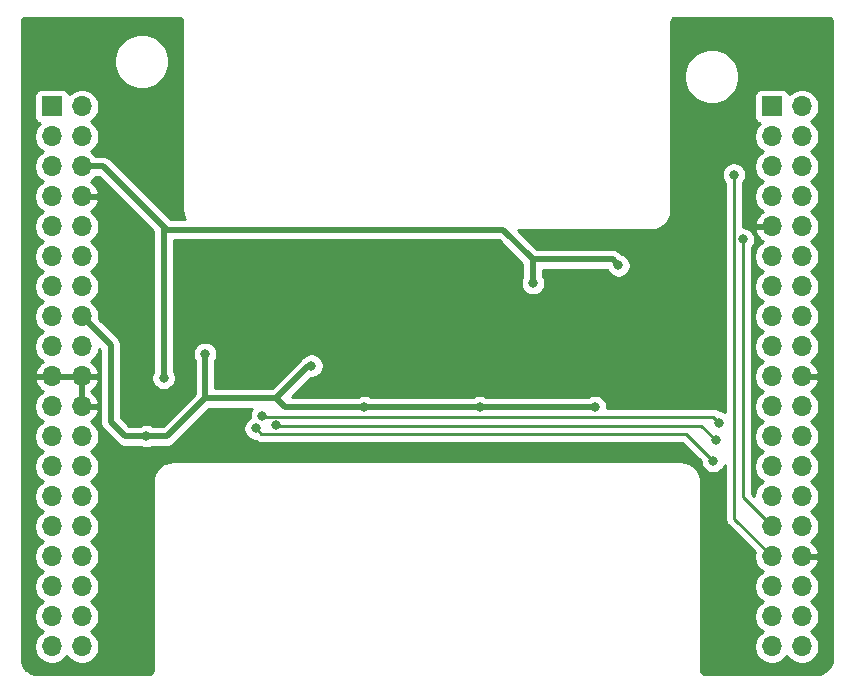
<source format=gbr>
%TF.GenerationSoftware,KiCad,Pcbnew,(5.1.8)-1*%
%TF.CreationDate,2021-02-11T10:10:36+01:00*%
%TF.ProjectId,shieldV1,73686965-6c64-4563-912e-6b696361645f,rev?*%
%TF.SameCoordinates,Original*%
%TF.FileFunction,Copper,L2,Bot*%
%TF.FilePolarity,Positive*%
%FSLAX46Y46*%
G04 Gerber Fmt 4.6, Leading zero omitted, Abs format (unit mm)*
G04 Created by KiCad (PCBNEW (5.1.8)-1) date 2021-02-11 10:10:36*
%MOMM*%
%LPD*%
G01*
G04 APERTURE LIST*
%TA.AperFunction,ComponentPad*%
%ADD10O,1.700000X1.700000*%
%TD*%
%TA.AperFunction,ComponentPad*%
%ADD11R,1.700000X1.700000*%
%TD*%
%TA.AperFunction,ViaPad*%
%ADD12C,0.800000*%
%TD*%
%TA.AperFunction,Conductor*%
%ADD13C,0.500000*%
%TD*%
%TA.AperFunction,Conductor*%
%ADD14C,0.250000*%
%TD*%
%TA.AperFunction,Conductor*%
%ADD15C,0.254000*%
%TD*%
%TA.AperFunction,Conductor*%
%ADD16C,0.100000*%
%TD*%
G04 APERTURE END LIST*
D10*
%TO.P,J2,38*%
%TO.N,N/C*%
X99279103Y-147272105D03*
%TO.P,J2,37*%
%TO.N,/PA_3_UART2_RX*%
X96739103Y-147272105D03*
%TO.P,J2,36*%
%TO.N,N/C*%
X99279103Y-144732105D03*
%TO.P,J2,35*%
%TO.N,/PA_2_UART2_TX*%
X96739103Y-144732105D03*
%TO.P,J2,34*%
%TO.N,N/C*%
X99279103Y-142192105D03*
%TO.P,J2,33*%
X96739103Y-142192105D03*
%TO.P,J2,32*%
%TO.N,GND*%
X99279103Y-139652105D03*
%TO.P,J2,31*%
%TO.N,/PB3_SPI1_SCLK*%
X96739103Y-139652105D03*
%TO.P,J2,30*%
%TO.N,N/C*%
X99279103Y-137112105D03*
%TO.P,J2,29*%
%TO.N,/PB5_SPI1_MOSI*%
X96739103Y-137112105D03*
%TO.P,J2,28*%
%TO.N,N/C*%
X99279103Y-134572105D03*
%TO.P,J2,27*%
%TO.N,/PB4_SPI1_MISO*%
X96739103Y-134572105D03*
%TO.P,J2,26*%
%TO.N,N/C*%
X99279103Y-132032105D03*
%TO.P,J2,25*%
X96739103Y-132032105D03*
%TO.P,J2,24*%
%TO.N,/PB1*%
X99279103Y-129492105D03*
%TO.P,J2,23*%
%TO.N,N/C*%
X96739103Y-129492105D03*
%TO.P,J2,22*%
%TO.N,/PB2*%
X99279103Y-126952105D03*
%TO.P,J2,21*%
%TO.N,N/C*%
X96739103Y-126952105D03*
%TO.P,J2,20*%
%TO.N,GND*%
X99279103Y-124412105D03*
%TO.P,J2,19*%
%TO.N,N/C*%
X96739103Y-124412105D03*
%TO.P,J2,18*%
X99279103Y-121872105D03*
%TO.P,J2,17*%
X96739103Y-121872105D03*
%TO.P,J2,16*%
X99279103Y-119332105D03*
%TO.P,J2,15*%
X96739103Y-119332105D03*
%TO.P,J2,14*%
%TO.N,/PA_11_UART6_TX*%
X99279103Y-116792105D03*
%TO.P,J2,13*%
%TO.N,N/C*%
X96739103Y-116792105D03*
%TO.P,J2,12*%
%TO.N,/PA_12_UART6_RX*%
X99279103Y-114252105D03*
%TO.P,J2,11*%
%TO.N,N/C*%
X96739103Y-114252105D03*
%TO.P,J2,10*%
X99279103Y-111712105D03*
%TO.P,J2,9*%
%TO.N,GND*%
X96739103Y-111712105D03*
%TO.P,J2,8*%
%TO.N,N/C*%
X99279103Y-109172105D03*
%TO.P,J2,7*%
X96739103Y-109172105D03*
%TO.P,J2,6*%
X99279103Y-106632105D03*
%TO.P,J2,5*%
%TO.N,/PB9_I2C1_SDA*%
X96739103Y-106632105D03*
%TO.P,J2,4*%
%TO.N,/PC6_CRANK_SIG*%
X99279103Y-104092105D03*
%TO.P,J2,3*%
%TO.N,/PB8_I2C1_SCL*%
X96739103Y-104092105D03*
%TO.P,J2,2*%
%TO.N,N/C*%
X99279103Y-101552105D03*
D11*
%TO.P,J2,1*%
X96739103Y-101552105D03*
%TD*%
D10*
%TO.P,J1,38*%
%TO.N,N/C*%
X38319103Y-147272105D03*
%TO.P,J1,37*%
X35779103Y-147272105D03*
%TO.P,J1,36*%
X38319103Y-144732105D03*
%TO.P,J1,35*%
X35779103Y-144732105D03*
%TO.P,J1,34*%
X38319103Y-142192105D03*
%TO.P,J1,33*%
X35779103Y-142192105D03*
%TO.P,J1,32*%
X38319103Y-139652105D03*
%TO.P,J1,31*%
X35779103Y-139652105D03*
%TO.P,J1,30*%
%TO.N,/PA1_ADC1_1*%
X38319103Y-137112105D03*
%TO.P,J1,29*%
%TO.N,N/C*%
X35779103Y-137112105D03*
%TO.P,J1,28*%
%TO.N,/PA_0_ADC1_0*%
X38319103Y-134572105D03*
%TO.P,J1,27*%
%TO.N,/PC15*%
X35779103Y-134572105D03*
%TO.P,J1,26*%
%TO.N,N/C*%
X38319103Y-132032105D03*
%TO.P,J1,25*%
%TO.N,/PC14*%
X35779103Y-132032105D03*
%TO.P,J1,24*%
%TO.N,N/C*%
X38319103Y-129492105D03*
%TO.P,J1,23*%
X35779103Y-129492105D03*
%TO.P,J1,22*%
%TO.N,GND*%
X38319103Y-126952105D03*
%TO.P,J1,21*%
%TO.N,N/C*%
X35779103Y-126952105D03*
%TO.P,J1,20*%
%TO.N,GND*%
X38319103Y-124412105D03*
%TO.P,J1,19*%
X35779103Y-124412105D03*
%TO.P,J1,18*%
%TO.N,N/C*%
X38319103Y-121872105D03*
%TO.P,J1,17*%
X35779103Y-121872105D03*
%TO.P,J1,16*%
%TO.N,+3V3*%
X38319103Y-119332105D03*
%TO.P,J1,15*%
%TO.N,N/C*%
X35779103Y-119332105D03*
%TO.P,J1,14*%
X38319103Y-116792105D03*
%TO.P,J1,13*%
X35779103Y-116792105D03*
%TO.P,J1,12*%
X38319103Y-114252105D03*
%TO.P,J1,11*%
X35779103Y-114252105D03*
%TO.P,J1,10*%
X38319103Y-111712105D03*
%TO.P,J1,9*%
X35779103Y-111712105D03*
%TO.P,J1,8*%
%TO.N,GND*%
X38319103Y-109172105D03*
%TO.P,J1,7*%
%TO.N,N/C*%
X35779103Y-109172105D03*
%TO.P,J1,6*%
%TO.N,+5V*%
X38319103Y-106632105D03*
%TO.P,J1,5*%
%TO.N,N/C*%
X35779103Y-106632105D03*
%TO.P,J1,4*%
X38319103Y-104092105D03*
%TO.P,J1,3*%
X35779103Y-104092105D03*
%TO.P,J1,2*%
X38319103Y-101552105D03*
D11*
%TO.P,J1,1*%
X35779103Y-101552105D03*
%TD*%
D12*
%TO.N,+3V3*%
X43779103Y-129470897D03*
X48750000Y-122500000D03*
X57750000Y-123500000D03*
X62250000Y-127000000D03*
X72002105Y-127000000D03*
X81750000Y-127000000D03*
%TO.N,GND*%
X62750000Y-122750000D03*
X67250000Y-123750000D03*
X55250000Y-122250000D03*
X57500000Y-125500000D03*
X101000000Y-122750000D03*
X88250000Y-123500000D03*
X90500000Y-124750000D03*
X78000000Y-120250000D03*
X88750000Y-114500000D03*
X70000000Y-114250000D03*
X47750000Y-117250000D03*
X42250000Y-139750000D03*
X43500000Y-108000000D03*
%TO.N,+5V*%
X76500000Y-116500000D03*
X83750000Y-115000000D03*
X45250000Y-124537115D03*
%TO.N,/PB3_SPI1_SCLK*%
X93529103Y-107312105D03*
%TO.N,/PB5_SPI1_MOSI*%
X94279103Y-112812105D03*
%TO.N,/PB4_SPI1_MISO*%
X53029103Y-128812105D03*
X91779103Y-131562105D03*
%TO.N,/PB1*%
X92029103Y-129812105D03*
X54779103Y-128537115D03*
%TO.N,/PB2*%
X92279103Y-128312105D03*
X53579103Y-127762105D03*
%TD*%
D13*
%TO.N,+3V3*%
X43279103Y-129470897D02*
X41970897Y-129470897D01*
X41970897Y-129470897D02*
X40750000Y-128250000D01*
X40750000Y-121763002D02*
X38319103Y-119332105D01*
X40750000Y-128250000D02*
X40750000Y-121763002D01*
X62250000Y-127000000D02*
X72002105Y-127000000D01*
X72002105Y-127000000D02*
X81750000Y-127000000D01*
X57500000Y-123500000D02*
X54750000Y-126250000D01*
X57750000Y-123500000D02*
X57500000Y-123500000D01*
X61684315Y-127000000D02*
X62250000Y-127000000D01*
X55500000Y-127000000D02*
X61684315Y-127000000D01*
X54750000Y-126250000D02*
X55500000Y-127000000D01*
X54500000Y-126250000D02*
X48750000Y-126250000D01*
X54750000Y-126250000D02*
X54500000Y-126250000D01*
X45529103Y-129470897D02*
X48750000Y-126250000D01*
X48750000Y-126250000D02*
X48750000Y-122500000D01*
X43279103Y-129470897D02*
X45529103Y-129470897D01*
%TO.N,+5V*%
X76500000Y-114500000D02*
X76500000Y-116500000D01*
X83250000Y-114500000D02*
X76500000Y-114500000D01*
X83750000Y-115000000D02*
X83250000Y-114500000D01*
X74000000Y-112000000D02*
X76500000Y-114500000D01*
X45500000Y-112000000D02*
X74000000Y-112000000D01*
X45250000Y-111750000D02*
X45500000Y-112000000D01*
X40132105Y-106632105D02*
X45250000Y-111750000D01*
X38319103Y-106632105D02*
X40132105Y-106632105D01*
X45250000Y-111750000D02*
X45250000Y-124537115D01*
D14*
%TO.N,/PB3_SPI1_SCLK*%
X93529103Y-136442105D02*
X96739103Y-139652105D01*
X93529103Y-107312105D02*
X93529103Y-136442105D01*
%TO.N,/PB5_SPI1_MOSI*%
X94279103Y-134652105D02*
X94279103Y-112812105D01*
X96739103Y-137112105D02*
X94279103Y-134652105D01*
%TO.N,/PB4_SPI1_MISO*%
X53479114Y-129262116D02*
X89479114Y-129262116D01*
X53029103Y-128812105D02*
X53479114Y-129262116D01*
X89479114Y-129262116D02*
X91779103Y-131562105D01*
%TO.N,/PB1*%
X54804093Y-128562105D02*
X54779103Y-128537115D01*
X90779103Y-128562105D02*
X54804093Y-128562105D01*
X92029103Y-129812105D02*
X90779103Y-128562105D01*
%TO.N,/PB2*%
X91779103Y-127812105D02*
X53629103Y-127812105D01*
X92279103Y-128312105D02*
X91779103Y-127812105D01*
X53629103Y-127812105D02*
X53579103Y-127762105D01*
%TD*%
D15*
%TO.N,GND*%
X46584768Y-94030968D02*
X46638317Y-94047135D01*
X46687700Y-94073393D01*
X46731048Y-94108746D01*
X46766703Y-94151845D01*
X46793304Y-94201042D01*
X46809845Y-94254480D01*
X46819103Y-94342560D01*
X46819104Y-110346982D01*
X46822092Y-110377318D01*
X46822049Y-110383437D01*
X46823017Y-110393303D01*
X46843418Y-110587400D01*
X46856353Y-110650415D01*
X46868415Y-110713645D01*
X46871280Y-110723135D01*
X46928992Y-110909573D01*
X46953932Y-110968902D01*
X46978035Y-111028560D01*
X46982689Y-111037313D01*
X47024694Y-111115000D01*
X45871283Y-111115000D01*
X45845051Y-111093472D01*
X40788639Y-106037061D01*
X40760922Y-106003288D01*
X40626164Y-105892694D01*
X40472418Y-105810516D01*
X40305595Y-105759910D01*
X40175582Y-105747105D01*
X40175574Y-105747105D01*
X40132105Y-105742824D01*
X40088636Y-105747105D01*
X39513759Y-105747105D01*
X39472578Y-105685473D01*
X39265735Y-105478630D01*
X39091343Y-105362105D01*
X39265735Y-105245580D01*
X39472578Y-105038737D01*
X39635093Y-104795516D01*
X39747035Y-104525263D01*
X39804103Y-104238365D01*
X39804103Y-103945845D01*
X39747035Y-103658947D01*
X39635093Y-103388694D01*
X39472578Y-103145473D01*
X39265735Y-102938630D01*
X39091343Y-102822105D01*
X39265735Y-102705580D01*
X39472578Y-102498737D01*
X39635093Y-102255516D01*
X39747035Y-101985263D01*
X39804103Y-101698365D01*
X39804103Y-101405845D01*
X39747035Y-101118947D01*
X39635093Y-100848694D01*
X39472578Y-100605473D01*
X39265735Y-100398630D01*
X39022514Y-100236115D01*
X38752261Y-100124173D01*
X38465363Y-100067105D01*
X38172843Y-100067105D01*
X37885945Y-100124173D01*
X37615692Y-100236115D01*
X37372471Y-100398630D01*
X37240616Y-100530485D01*
X37218605Y-100457925D01*
X37159640Y-100347611D01*
X37080288Y-100250920D01*
X36983597Y-100171568D01*
X36873283Y-100112603D01*
X36753585Y-100076293D01*
X36629103Y-100064033D01*
X34929103Y-100064033D01*
X34804621Y-100076293D01*
X34684923Y-100112603D01*
X34574609Y-100171568D01*
X34477918Y-100250920D01*
X34398566Y-100347611D01*
X34339601Y-100457925D01*
X34303291Y-100577623D01*
X34291031Y-100702105D01*
X34291031Y-102402105D01*
X34303291Y-102526587D01*
X34339601Y-102646285D01*
X34398566Y-102756599D01*
X34477918Y-102853290D01*
X34574609Y-102932642D01*
X34684923Y-102991607D01*
X34757483Y-103013618D01*
X34625628Y-103145473D01*
X34463113Y-103388694D01*
X34351171Y-103658947D01*
X34294103Y-103945845D01*
X34294103Y-104238365D01*
X34351171Y-104525263D01*
X34463113Y-104795516D01*
X34625628Y-105038737D01*
X34832471Y-105245580D01*
X35006863Y-105362105D01*
X34832471Y-105478630D01*
X34625628Y-105685473D01*
X34463113Y-105928694D01*
X34351171Y-106198947D01*
X34294103Y-106485845D01*
X34294103Y-106778365D01*
X34351171Y-107065263D01*
X34463113Y-107335516D01*
X34625628Y-107578737D01*
X34832471Y-107785580D01*
X35006863Y-107902105D01*
X34832471Y-108018630D01*
X34625628Y-108225473D01*
X34463113Y-108468694D01*
X34351171Y-108738947D01*
X34294103Y-109025845D01*
X34294103Y-109318365D01*
X34351171Y-109605263D01*
X34463113Y-109875516D01*
X34625628Y-110118737D01*
X34832471Y-110325580D01*
X35006863Y-110442105D01*
X34832471Y-110558630D01*
X34625628Y-110765473D01*
X34463113Y-111008694D01*
X34351171Y-111278947D01*
X34294103Y-111565845D01*
X34294103Y-111858365D01*
X34351171Y-112145263D01*
X34463113Y-112415516D01*
X34625628Y-112658737D01*
X34832471Y-112865580D01*
X35006863Y-112982105D01*
X34832471Y-113098630D01*
X34625628Y-113305473D01*
X34463113Y-113548694D01*
X34351171Y-113818947D01*
X34294103Y-114105845D01*
X34294103Y-114398365D01*
X34351171Y-114685263D01*
X34463113Y-114955516D01*
X34625628Y-115198737D01*
X34832471Y-115405580D01*
X35006863Y-115522105D01*
X34832471Y-115638630D01*
X34625628Y-115845473D01*
X34463113Y-116088694D01*
X34351171Y-116358947D01*
X34294103Y-116645845D01*
X34294103Y-116938365D01*
X34351171Y-117225263D01*
X34463113Y-117495516D01*
X34625628Y-117738737D01*
X34832471Y-117945580D01*
X35006863Y-118062105D01*
X34832471Y-118178630D01*
X34625628Y-118385473D01*
X34463113Y-118628694D01*
X34351171Y-118898947D01*
X34294103Y-119185845D01*
X34294103Y-119478365D01*
X34351171Y-119765263D01*
X34463113Y-120035516D01*
X34625628Y-120278737D01*
X34832471Y-120485580D01*
X35006863Y-120602105D01*
X34832471Y-120718630D01*
X34625628Y-120925473D01*
X34463113Y-121168694D01*
X34351171Y-121438947D01*
X34294103Y-121725845D01*
X34294103Y-122018365D01*
X34351171Y-122305263D01*
X34463113Y-122575516D01*
X34625628Y-122818737D01*
X34832471Y-123025580D01*
X35014637Y-123147300D01*
X34897748Y-123216927D01*
X34681515Y-123411836D01*
X34507462Y-123645185D01*
X34382278Y-123908006D01*
X34337627Y-124055215D01*
X34458948Y-124285105D01*
X35652103Y-124285105D01*
X35652103Y-124265105D01*
X35906103Y-124265105D01*
X35906103Y-124285105D01*
X38192103Y-124285105D01*
X38192103Y-124265105D01*
X38446103Y-124265105D01*
X38446103Y-124285105D01*
X39639258Y-124285105D01*
X39760579Y-124055215D01*
X39715928Y-123908006D01*
X39590744Y-123645185D01*
X39416691Y-123411836D01*
X39200458Y-123216927D01*
X39083569Y-123147300D01*
X39265735Y-123025580D01*
X39472578Y-122818737D01*
X39635093Y-122575516D01*
X39747035Y-122305263D01*
X39795755Y-122060335D01*
X39865001Y-122129582D01*
X39865000Y-128206531D01*
X39860719Y-128250000D01*
X39865000Y-128293469D01*
X39865000Y-128293476D01*
X39877805Y-128423489D01*
X39928411Y-128590312D01*
X40010589Y-128744058D01*
X40121183Y-128878817D01*
X40154956Y-128906534D01*
X41314367Y-130065946D01*
X41342080Y-130099714D01*
X41375848Y-130127427D01*
X41375850Y-130127429D01*
X41447349Y-130186107D01*
X41476838Y-130210308D01*
X41630584Y-130292486D01*
X41797407Y-130343092D01*
X41927420Y-130355897D01*
X41927430Y-130355897D01*
X41970896Y-130360178D01*
X42014362Y-130355897D01*
X43240649Y-130355897D01*
X43288847Y-130388102D01*
X43477205Y-130466123D01*
X43677164Y-130505897D01*
X43881042Y-130505897D01*
X44081001Y-130466123D01*
X44269359Y-130388102D01*
X44317557Y-130355897D01*
X45485634Y-130355897D01*
X45529103Y-130360178D01*
X45572572Y-130355897D01*
X45572580Y-130355897D01*
X45702593Y-130343092D01*
X45869416Y-130292486D01*
X46023162Y-130210308D01*
X46157920Y-130099714D01*
X46185637Y-130065941D01*
X49116579Y-127135000D01*
X52753337Y-127135000D01*
X52661898Y-127271849D01*
X52583877Y-127460207D01*
X52544103Y-127660166D01*
X52544103Y-127864044D01*
X52549373Y-127890540D01*
X52538847Y-127894900D01*
X52369329Y-128008168D01*
X52225166Y-128152331D01*
X52111898Y-128321849D01*
X52033877Y-128510207D01*
X51994103Y-128710166D01*
X51994103Y-128914044D01*
X52033877Y-129114003D01*
X52111898Y-129302361D01*
X52225166Y-129471879D01*
X52369329Y-129616042D01*
X52538847Y-129729310D01*
X52727205Y-129807331D01*
X52927164Y-129847105D01*
X52993931Y-129847105D01*
X53054838Y-129897090D01*
X53186867Y-129967662D01*
X53330128Y-130011119D01*
X53441781Y-130022116D01*
X53441789Y-130022116D01*
X53479114Y-130025792D01*
X53516439Y-130022116D01*
X89164313Y-130022116D01*
X90744103Y-131601907D01*
X90744103Y-131664044D01*
X90783877Y-131864003D01*
X90861898Y-132052361D01*
X90975166Y-132221879D01*
X91119329Y-132366042D01*
X91288847Y-132479310D01*
X91477205Y-132557331D01*
X91677164Y-132597105D01*
X91881042Y-132597105D01*
X92081001Y-132557331D01*
X92269359Y-132479310D01*
X92438877Y-132366042D01*
X92583040Y-132221879D01*
X92696308Y-132052361D01*
X92769104Y-131876618D01*
X92769104Y-136404772D01*
X92765427Y-136442105D01*
X92780101Y-136591090D01*
X92823557Y-136734351D01*
X92894129Y-136866381D01*
X92965304Y-136953107D01*
X92989103Y-136982106D01*
X93018101Y-137005904D01*
X95297893Y-139285697D01*
X95254103Y-139505845D01*
X95254103Y-139798365D01*
X95311171Y-140085263D01*
X95423113Y-140355516D01*
X95585628Y-140598737D01*
X95792471Y-140805580D01*
X95966863Y-140922105D01*
X95792471Y-141038630D01*
X95585628Y-141245473D01*
X95423113Y-141488694D01*
X95311171Y-141758947D01*
X95254103Y-142045845D01*
X95254103Y-142338365D01*
X95311171Y-142625263D01*
X95423113Y-142895516D01*
X95585628Y-143138737D01*
X95792471Y-143345580D01*
X95966863Y-143462105D01*
X95792471Y-143578630D01*
X95585628Y-143785473D01*
X95423113Y-144028694D01*
X95311171Y-144298947D01*
X95254103Y-144585845D01*
X95254103Y-144878365D01*
X95311171Y-145165263D01*
X95423113Y-145435516D01*
X95585628Y-145678737D01*
X95792471Y-145885580D01*
X95966863Y-146002105D01*
X95792471Y-146118630D01*
X95585628Y-146325473D01*
X95423113Y-146568694D01*
X95311171Y-146838947D01*
X95254103Y-147125845D01*
X95254103Y-147418365D01*
X95311171Y-147705263D01*
X95423113Y-147975516D01*
X95585628Y-148218737D01*
X95792471Y-148425580D01*
X96035692Y-148588095D01*
X96305945Y-148700037D01*
X96592843Y-148757105D01*
X96885363Y-148757105D01*
X97172261Y-148700037D01*
X97442514Y-148588095D01*
X97685735Y-148425580D01*
X97892578Y-148218737D01*
X98009103Y-148044345D01*
X98125628Y-148218737D01*
X98332471Y-148425580D01*
X98575692Y-148588095D01*
X98845945Y-148700037D01*
X99132843Y-148757105D01*
X99425363Y-148757105D01*
X99712261Y-148700037D01*
X99982514Y-148588095D01*
X100225735Y-148425580D01*
X100432578Y-148218737D01*
X100595093Y-147975516D01*
X100707035Y-147705263D01*
X100764103Y-147418365D01*
X100764103Y-147125845D01*
X100707035Y-146838947D01*
X100595093Y-146568694D01*
X100432578Y-146325473D01*
X100225735Y-146118630D01*
X100051343Y-146002105D01*
X100225735Y-145885580D01*
X100432578Y-145678737D01*
X100595093Y-145435516D01*
X100707035Y-145165263D01*
X100764103Y-144878365D01*
X100764103Y-144585845D01*
X100707035Y-144298947D01*
X100595093Y-144028694D01*
X100432578Y-143785473D01*
X100225735Y-143578630D01*
X100051343Y-143462105D01*
X100225735Y-143345580D01*
X100432578Y-143138737D01*
X100595093Y-142895516D01*
X100707035Y-142625263D01*
X100764103Y-142338365D01*
X100764103Y-142045845D01*
X100707035Y-141758947D01*
X100595093Y-141488694D01*
X100432578Y-141245473D01*
X100225735Y-141038630D01*
X100043569Y-140916910D01*
X100160458Y-140847283D01*
X100376691Y-140652374D01*
X100550744Y-140419025D01*
X100675928Y-140156204D01*
X100720579Y-140008995D01*
X100599258Y-139779105D01*
X99406103Y-139779105D01*
X99406103Y-139799105D01*
X99152103Y-139799105D01*
X99152103Y-139779105D01*
X99132103Y-139779105D01*
X99132103Y-139525105D01*
X99152103Y-139525105D01*
X99152103Y-139505105D01*
X99406103Y-139505105D01*
X99406103Y-139525105D01*
X100599258Y-139525105D01*
X100720579Y-139295215D01*
X100675928Y-139148006D01*
X100550744Y-138885185D01*
X100376691Y-138651836D01*
X100160458Y-138456927D01*
X100043569Y-138387300D01*
X100225735Y-138265580D01*
X100432578Y-138058737D01*
X100595093Y-137815516D01*
X100707035Y-137545263D01*
X100764103Y-137258365D01*
X100764103Y-136965845D01*
X100707035Y-136678947D01*
X100595093Y-136408694D01*
X100432578Y-136165473D01*
X100225735Y-135958630D01*
X100051343Y-135842105D01*
X100225735Y-135725580D01*
X100432578Y-135518737D01*
X100595093Y-135275516D01*
X100707035Y-135005263D01*
X100764103Y-134718365D01*
X100764103Y-134425845D01*
X100707035Y-134138947D01*
X100595093Y-133868694D01*
X100432578Y-133625473D01*
X100225735Y-133418630D01*
X100051343Y-133302105D01*
X100225735Y-133185580D01*
X100432578Y-132978737D01*
X100595093Y-132735516D01*
X100707035Y-132465263D01*
X100764103Y-132178365D01*
X100764103Y-131885845D01*
X100707035Y-131598947D01*
X100595093Y-131328694D01*
X100432578Y-131085473D01*
X100225735Y-130878630D01*
X100051343Y-130762105D01*
X100225735Y-130645580D01*
X100432578Y-130438737D01*
X100595093Y-130195516D01*
X100707035Y-129925263D01*
X100764103Y-129638365D01*
X100764103Y-129345845D01*
X100707035Y-129058947D01*
X100595093Y-128788694D01*
X100432578Y-128545473D01*
X100225735Y-128338630D01*
X100051343Y-128222105D01*
X100225735Y-128105580D01*
X100432578Y-127898737D01*
X100595093Y-127655516D01*
X100707035Y-127385263D01*
X100764103Y-127098365D01*
X100764103Y-126805845D01*
X100707035Y-126518947D01*
X100595093Y-126248694D01*
X100432578Y-126005473D01*
X100225735Y-125798630D01*
X100043569Y-125676910D01*
X100160458Y-125607283D01*
X100376691Y-125412374D01*
X100550744Y-125179025D01*
X100675928Y-124916204D01*
X100720579Y-124768995D01*
X100599258Y-124539105D01*
X99406103Y-124539105D01*
X99406103Y-124559105D01*
X99152103Y-124559105D01*
X99152103Y-124539105D01*
X99132103Y-124539105D01*
X99132103Y-124285105D01*
X99152103Y-124285105D01*
X99152103Y-124265105D01*
X99406103Y-124265105D01*
X99406103Y-124285105D01*
X100599258Y-124285105D01*
X100720579Y-124055215D01*
X100675928Y-123908006D01*
X100550744Y-123645185D01*
X100376691Y-123411836D01*
X100160458Y-123216927D01*
X100043569Y-123147300D01*
X100225735Y-123025580D01*
X100432578Y-122818737D01*
X100595093Y-122575516D01*
X100707035Y-122305263D01*
X100764103Y-122018365D01*
X100764103Y-121725845D01*
X100707035Y-121438947D01*
X100595093Y-121168694D01*
X100432578Y-120925473D01*
X100225735Y-120718630D01*
X100051343Y-120602105D01*
X100225735Y-120485580D01*
X100432578Y-120278737D01*
X100595093Y-120035516D01*
X100707035Y-119765263D01*
X100764103Y-119478365D01*
X100764103Y-119185845D01*
X100707035Y-118898947D01*
X100595093Y-118628694D01*
X100432578Y-118385473D01*
X100225735Y-118178630D01*
X100051343Y-118062105D01*
X100225735Y-117945580D01*
X100432578Y-117738737D01*
X100595093Y-117495516D01*
X100707035Y-117225263D01*
X100764103Y-116938365D01*
X100764103Y-116645845D01*
X100707035Y-116358947D01*
X100595093Y-116088694D01*
X100432578Y-115845473D01*
X100225735Y-115638630D01*
X100051343Y-115522105D01*
X100225735Y-115405580D01*
X100432578Y-115198737D01*
X100595093Y-114955516D01*
X100707035Y-114685263D01*
X100764103Y-114398365D01*
X100764103Y-114105845D01*
X100707035Y-113818947D01*
X100595093Y-113548694D01*
X100432578Y-113305473D01*
X100225735Y-113098630D01*
X100051343Y-112982105D01*
X100225735Y-112865580D01*
X100432578Y-112658737D01*
X100595093Y-112415516D01*
X100707035Y-112145263D01*
X100764103Y-111858365D01*
X100764103Y-111565845D01*
X100707035Y-111278947D01*
X100595093Y-111008694D01*
X100432578Y-110765473D01*
X100225735Y-110558630D01*
X100051343Y-110442105D01*
X100225735Y-110325580D01*
X100432578Y-110118737D01*
X100595093Y-109875516D01*
X100707035Y-109605263D01*
X100764103Y-109318365D01*
X100764103Y-109025845D01*
X100707035Y-108738947D01*
X100595093Y-108468694D01*
X100432578Y-108225473D01*
X100225735Y-108018630D01*
X100051343Y-107902105D01*
X100225735Y-107785580D01*
X100432578Y-107578737D01*
X100595093Y-107335516D01*
X100707035Y-107065263D01*
X100764103Y-106778365D01*
X100764103Y-106485845D01*
X100707035Y-106198947D01*
X100595093Y-105928694D01*
X100432578Y-105685473D01*
X100225735Y-105478630D01*
X100051343Y-105362105D01*
X100225735Y-105245580D01*
X100432578Y-105038737D01*
X100595093Y-104795516D01*
X100707035Y-104525263D01*
X100764103Y-104238365D01*
X100764103Y-103945845D01*
X100707035Y-103658947D01*
X100595093Y-103388694D01*
X100432578Y-103145473D01*
X100225735Y-102938630D01*
X100051343Y-102822105D01*
X100225735Y-102705580D01*
X100432578Y-102498737D01*
X100595093Y-102255516D01*
X100707035Y-101985263D01*
X100764103Y-101698365D01*
X100764103Y-101405845D01*
X100707035Y-101118947D01*
X100595093Y-100848694D01*
X100432578Y-100605473D01*
X100225735Y-100398630D01*
X99982514Y-100236115D01*
X99712261Y-100124173D01*
X99425363Y-100067105D01*
X99132843Y-100067105D01*
X98845945Y-100124173D01*
X98575692Y-100236115D01*
X98332471Y-100398630D01*
X98200616Y-100530485D01*
X98178605Y-100457925D01*
X98119640Y-100347611D01*
X98040288Y-100250920D01*
X97943597Y-100171568D01*
X97833283Y-100112603D01*
X97713585Y-100076293D01*
X97589103Y-100064033D01*
X95889103Y-100064033D01*
X95764621Y-100076293D01*
X95644923Y-100112603D01*
X95534609Y-100171568D01*
X95437918Y-100250920D01*
X95358566Y-100347611D01*
X95299601Y-100457925D01*
X95263291Y-100577623D01*
X95251031Y-100702105D01*
X95251031Y-102402105D01*
X95263291Y-102526587D01*
X95299601Y-102646285D01*
X95358566Y-102756599D01*
X95437918Y-102853290D01*
X95534609Y-102932642D01*
X95644923Y-102991607D01*
X95717483Y-103013618D01*
X95585628Y-103145473D01*
X95423113Y-103388694D01*
X95311171Y-103658947D01*
X95254103Y-103945845D01*
X95254103Y-104238365D01*
X95311171Y-104525263D01*
X95423113Y-104795516D01*
X95585628Y-105038737D01*
X95792471Y-105245580D01*
X95966863Y-105362105D01*
X95792471Y-105478630D01*
X95585628Y-105685473D01*
X95423113Y-105928694D01*
X95311171Y-106198947D01*
X95254103Y-106485845D01*
X95254103Y-106778365D01*
X95311171Y-107065263D01*
X95423113Y-107335516D01*
X95585628Y-107578737D01*
X95792471Y-107785580D01*
X95966863Y-107902105D01*
X95792471Y-108018630D01*
X95585628Y-108225473D01*
X95423113Y-108468694D01*
X95311171Y-108738947D01*
X95254103Y-109025845D01*
X95254103Y-109318365D01*
X95311171Y-109605263D01*
X95423113Y-109875516D01*
X95585628Y-110118737D01*
X95792471Y-110325580D01*
X95974637Y-110447300D01*
X95857748Y-110516927D01*
X95641515Y-110711836D01*
X95467462Y-110945185D01*
X95342278Y-111208006D01*
X95297627Y-111355215D01*
X95418948Y-111585105D01*
X96612103Y-111585105D01*
X96612103Y-111565105D01*
X96866103Y-111565105D01*
X96866103Y-111585105D01*
X96886103Y-111585105D01*
X96886103Y-111839105D01*
X96866103Y-111839105D01*
X96866103Y-111859105D01*
X96612103Y-111859105D01*
X96612103Y-111839105D01*
X95418948Y-111839105D01*
X95297627Y-112068995D01*
X95342278Y-112216204D01*
X95467462Y-112479025D01*
X95641515Y-112712374D01*
X95857748Y-112907283D01*
X95974637Y-112976910D01*
X95792471Y-113098630D01*
X95585628Y-113305473D01*
X95423113Y-113548694D01*
X95311171Y-113818947D01*
X95254103Y-114105845D01*
X95254103Y-114398365D01*
X95311171Y-114685263D01*
X95423113Y-114955516D01*
X95585628Y-115198737D01*
X95792471Y-115405580D01*
X95966863Y-115522105D01*
X95792471Y-115638630D01*
X95585628Y-115845473D01*
X95423113Y-116088694D01*
X95311171Y-116358947D01*
X95254103Y-116645845D01*
X95254103Y-116938365D01*
X95311171Y-117225263D01*
X95423113Y-117495516D01*
X95585628Y-117738737D01*
X95792471Y-117945580D01*
X95966863Y-118062105D01*
X95792471Y-118178630D01*
X95585628Y-118385473D01*
X95423113Y-118628694D01*
X95311171Y-118898947D01*
X95254103Y-119185845D01*
X95254103Y-119478365D01*
X95311171Y-119765263D01*
X95423113Y-120035516D01*
X95585628Y-120278737D01*
X95792471Y-120485580D01*
X95966863Y-120602105D01*
X95792471Y-120718630D01*
X95585628Y-120925473D01*
X95423113Y-121168694D01*
X95311171Y-121438947D01*
X95254103Y-121725845D01*
X95254103Y-122018365D01*
X95311171Y-122305263D01*
X95423113Y-122575516D01*
X95585628Y-122818737D01*
X95792471Y-123025580D01*
X95966863Y-123142105D01*
X95792471Y-123258630D01*
X95585628Y-123465473D01*
X95423113Y-123708694D01*
X95311171Y-123978947D01*
X95254103Y-124265845D01*
X95254103Y-124558365D01*
X95311171Y-124845263D01*
X95423113Y-125115516D01*
X95585628Y-125358737D01*
X95792471Y-125565580D01*
X95966863Y-125682105D01*
X95792471Y-125798630D01*
X95585628Y-126005473D01*
X95423113Y-126248694D01*
X95311171Y-126518947D01*
X95254103Y-126805845D01*
X95254103Y-127098365D01*
X95311171Y-127385263D01*
X95423113Y-127655516D01*
X95585628Y-127898737D01*
X95792471Y-128105580D01*
X95966863Y-128222105D01*
X95792471Y-128338630D01*
X95585628Y-128545473D01*
X95423113Y-128788694D01*
X95311171Y-129058947D01*
X95254103Y-129345845D01*
X95254103Y-129638365D01*
X95311171Y-129925263D01*
X95423113Y-130195516D01*
X95585628Y-130438737D01*
X95792471Y-130645580D01*
X95966863Y-130762105D01*
X95792471Y-130878630D01*
X95585628Y-131085473D01*
X95423113Y-131328694D01*
X95311171Y-131598947D01*
X95254103Y-131885845D01*
X95254103Y-132178365D01*
X95311171Y-132465263D01*
X95423113Y-132735516D01*
X95585628Y-132978737D01*
X95792471Y-133185580D01*
X95966863Y-133302105D01*
X95792471Y-133418630D01*
X95585628Y-133625473D01*
X95423113Y-133868694D01*
X95311171Y-134138947D01*
X95254103Y-134425845D01*
X95254103Y-134552304D01*
X95039103Y-134337304D01*
X95039103Y-113515816D01*
X95083040Y-113471879D01*
X95196308Y-113302361D01*
X95274329Y-113114003D01*
X95314103Y-112914044D01*
X95314103Y-112710166D01*
X95274329Y-112510207D01*
X95196308Y-112321849D01*
X95083040Y-112152331D01*
X94938877Y-112008168D01*
X94769359Y-111894900D01*
X94581001Y-111816879D01*
X94381042Y-111777105D01*
X94289103Y-111777105D01*
X94289103Y-108015816D01*
X94333040Y-107971879D01*
X94446308Y-107802361D01*
X94524329Y-107614003D01*
X94564103Y-107414044D01*
X94564103Y-107210166D01*
X94524329Y-107010207D01*
X94446308Y-106821849D01*
X94333040Y-106652331D01*
X94188877Y-106508168D01*
X94019359Y-106394900D01*
X93831001Y-106316879D01*
X93631042Y-106277105D01*
X93427164Y-106277105D01*
X93227205Y-106316879D01*
X93038847Y-106394900D01*
X92869329Y-106508168D01*
X92725166Y-106652331D01*
X92611898Y-106821849D01*
X92533877Y-107010207D01*
X92494103Y-107210166D01*
X92494103Y-107414044D01*
X92533877Y-107614003D01*
X92611898Y-107802361D01*
X92725166Y-107971879D01*
X92769103Y-108015816D01*
X92769104Y-127394794D01*
X92581001Y-127316879D01*
X92381042Y-127277105D01*
X92323208Y-127277105D01*
X92319104Y-127272104D01*
X92203379Y-127177131D01*
X92071350Y-127106559D01*
X91928089Y-127063102D01*
X91816436Y-127052105D01*
X91816425Y-127052105D01*
X91779103Y-127048429D01*
X91741781Y-127052105D01*
X82785000Y-127052105D01*
X82785000Y-126898061D01*
X82745226Y-126698102D01*
X82667205Y-126509744D01*
X82553937Y-126340226D01*
X82409774Y-126196063D01*
X82240256Y-126082795D01*
X82051898Y-126004774D01*
X81851939Y-125965000D01*
X81648061Y-125965000D01*
X81448102Y-126004774D01*
X81259744Y-126082795D01*
X81211546Y-126115000D01*
X72540559Y-126115000D01*
X72492361Y-126082795D01*
X72304003Y-126004774D01*
X72104044Y-125965000D01*
X71900166Y-125965000D01*
X71700207Y-126004774D01*
X71511849Y-126082795D01*
X71463651Y-126115000D01*
X62788454Y-126115000D01*
X62740256Y-126082795D01*
X62551898Y-126004774D01*
X62351939Y-125965000D01*
X62148061Y-125965000D01*
X61948102Y-126004774D01*
X61759744Y-126082795D01*
X61711546Y-126115000D01*
X56136578Y-126115000D01*
X57716579Y-124535000D01*
X57851939Y-124535000D01*
X58051898Y-124495226D01*
X58240256Y-124417205D01*
X58409774Y-124303937D01*
X58553937Y-124159774D01*
X58667205Y-123990256D01*
X58745226Y-123801898D01*
X58785000Y-123601939D01*
X58785000Y-123398061D01*
X58745226Y-123198102D01*
X58667205Y-123009744D01*
X58553937Y-122840226D01*
X58409774Y-122696063D01*
X58240256Y-122582795D01*
X58051898Y-122504774D01*
X57851939Y-122465000D01*
X57648061Y-122465000D01*
X57448102Y-122504774D01*
X57259744Y-122582795D01*
X57090226Y-122696063D01*
X57048388Y-122737901D01*
X57005941Y-122760589D01*
X57005939Y-122760590D01*
X57005940Y-122760590D01*
X56904953Y-122843468D01*
X56904951Y-122843470D01*
X56871183Y-122871183D01*
X56843470Y-122904951D01*
X54383422Y-125365000D01*
X49635000Y-125365000D01*
X49635000Y-123038454D01*
X49667205Y-122990256D01*
X49745226Y-122801898D01*
X49785000Y-122601939D01*
X49785000Y-122398061D01*
X49745226Y-122198102D01*
X49667205Y-122009744D01*
X49553937Y-121840226D01*
X49409774Y-121696063D01*
X49240256Y-121582795D01*
X49051898Y-121504774D01*
X48851939Y-121465000D01*
X48648061Y-121465000D01*
X48448102Y-121504774D01*
X48259744Y-121582795D01*
X48090226Y-121696063D01*
X47946063Y-121840226D01*
X47832795Y-122009744D01*
X47754774Y-122198102D01*
X47715000Y-122398061D01*
X47715000Y-122601939D01*
X47754774Y-122801898D01*
X47832795Y-122990256D01*
X47865001Y-123038456D01*
X47865000Y-125883421D01*
X45162525Y-128585897D01*
X44317557Y-128585897D01*
X44269359Y-128553692D01*
X44081001Y-128475671D01*
X43881042Y-128435897D01*
X43677164Y-128435897D01*
X43477205Y-128475671D01*
X43288847Y-128553692D01*
X43240649Y-128585897D01*
X42337476Y-128585897D01*
X41635000Y-127883422D01*
X41635000Y-121806471D01*
X41639281Y-121763002D01*
X41635000Y-121719533D01*
X41635000Y-121719525D01*
X41622195Y-121589512D01*
X41571589Y-121422689D01*
X41571589Y-121422688D01*
X41489411Y-121268943D01*
X41406532Y-121167955D01*
X41406530Y-121167953D01*
X41378817Y-121134185D01*
X41345049Y-121106472D01*
X39789642Y-119551066D01*
X39804103Y-119478365D01*
X39804103Y-119185845D01*
X39747035Y-118898947D01*
X39635093Y-118628694D01*
X39472578Y-118385473D01*
X39265735Y-118178630D01*
X39091343Y-118062105D01*
X39265735Y-117945580D01*
X39472578Y-117738737D01*
X39635093Y-117495516D01*
X39747035Y-117225263D01*
X39804103Y-116938365D01*
X39804103Y-116645845D01*
X39747035Y-116358947D01*
X39635093Y-116088694D01*
X39472578Y-115845473D01*
X39265735Y-115638630D01*
X39091343Y-115522105D01*
X39265735Y-115405580D01*
X39472578Y-115198737D01*
X39635093Y-114955516D01*
X39747035Y-114685263D01*
X39804103Y-114398365D01*
X39804103Y-114105845D01*
X39747035Y-113818947D01*
X39635093Y-113548694D01*
X39472578Y-113305473D01*
X39265735Y-113098630D01*
X39091343Y-112982105D01*
X39265735Y-112865580D01*
X39472578Y-112658737D01*
X39635093Y-112415516D01*
X39747035Y-112145263D01*
X39804103Y-111858365D01*
X39804103Y-111565845D01*
X39747035Y-111278947D01*
X39635093Y-111008694D01*
X39472578Y-110765473D01*
X39265735Y-110558630D01*
X39083569Y-110436910D01*
X39200458Y-110367283D01*
X39416691Y-110172374D01*
X39590744Y-109939025D01*
X39715928Y-109676204D01*
X39760579Y-109528995D01*
X39639258Y-109299105D01*
X38446103Y-109299105D01*
X38446103Y-109319105D01*
X38192103Y-109319105D01*
X38192103Y-109299105D01*
X38172103Y-109299105D01*
X38172103Y-109045105D01*
X38192103Y-109045105D01*
X38192103Y-109025105D01*
X38446103Y-109025105D01*
X38446103Y-109045105D01*
X39639258Y-109045105D01*
X39760579Y-108815215D01*
X39715928Y-108668006D01*
X39590744Y-108405185D01*
X39416691Y-108171836D01*
X39200458Y-107976927D01*
X39083569Y-107907300D01*
X39265735Y-107785580D01*
X39472578Y-107578737D01*
X39513759Y-107517105D01*
X39765527Y-107517105D01*
X44365000Y-112116579D01*
X44365001Y-123998659D01*
X44332795Y-124046859D01*
X44254774Y-124235217D01*
X44215000Y-124435176D01*
X44215000Y-124639054D01*
X44254774Y-124839013D01*
X44332795Y-125027371D01*
X44446063Y-125196889D01*
X44590226Y-125341052D01*
X44759744Y-125454320D01*
X44948102Y-125532341D01*
X45148061Y-125572115D01*
X45351939Y-125572115D01*
X45551898Y-125532341D01*
X45740256Y-125454320D01*
X45909774Y-125341052D01*
X46053937Y-125196889D01*
X46167205Y-125027371D01*
X46245226Y-124839013D01*
X46285000Y-124639054D01*
X46285000Y-124435176D01*
X46245226Y-124235217D01*
X46167205Y-124046859D01*
X46135000Y-123998661D01*
X46135000Y-112885000D01*
X73633422Y-112885000D01*
X75615000Y-114866579D01*
X75615001Y-115961545D01*
X75582795Y-116009744D01*
X75504774Y-116198102D01*
X75465000Y-116398061D01*
X75465000Y-116601939D01*
X75504774Y-116801898D01*
X75582795Y-116990256D01*
X75696063Y-117159774D01*
X75840226Y-117303937D01*
X76009744Y-117417205D01*
X76198102Y-117495226D01*
X76398061Y-117535000D01*
X76601939Y-117535000D01*
X76801898Y-117495226D01*
X76990256Y-117417205D01*
X77159774Y-117303937D01*
X77303937Y-117159774D01*
X77417205Y-116990256D01*
X77495226Y-116801898D01*
X77535000Y-116601939D01*
X77535000Y-116398061D01*
X77495226Y-116198102D01*
X77417205Y-116009744D01*
X77385000Y-115961546D01*
X77385000Y-115385000D01*
X82789196Y-115385000D01*
X82832795Y-115490256D01*
X82946063Y-115659774D01*
X83090226Y-115803937D01*
X83259744Y-115917205D01*
X83448102Y-115995226D01*
X83648061Y-116035000D01*
X83851939Y-116035000D01*
X84051898Y-115995226D01*
X84240256Y-115917205D01*
X84409774Y-115803937D01*
X84553937Y-115659774D01*
X84667205Y-115490256D01*
X84745226Y-115301898D01*
X84785000Y-115101939D01*
X84785000Y-114898061D01*
X84745226Y-114698102D01*
X84667205Y-114509744D01*
X84553937Y-114340226D01*
X84409774Y-114196063D01*
X84240256Y-114082795D01*
X84051898Y-114004774D01*
X83995043Y-113993465D01*
X83906534Y-113904956D01*
X83878817Y-113871183D01*
X83744059Y-113760589D01*
X83590313Y-113678411D01*
X83423490Y-113627805D01*
X83293477Y-113615000D01*
X83293469Y-113615000D01*
X83250000Y-113610719D01*
X83206531Y-113615000D01*
X76866579Y-113615000D01*
X75273683Y-112022105D01*
X86563980Y-112022105D01*
X86594325Y-112019116D01*
X86600435Y-112019159D01*
X86610301Y-112018191D01*
X86804398Y-111997790D01*
X86867413Y-111984855D01*
X86930643Y-111972793D01*
X86940133Y-111969928D01*
X87126571Y-111912216D01*
X87185900Y-111887276D01*
X87245558Y-111863173D01*
X87254311Y-111858519D01*
X87425988Y-111765694D01*
X87479301Y-111729734D01*
X87533186Y-111694472D01*
X87540868Y-111688207D01*
X87691246Y-111563803D01*
X87736583Y-111518148D01*
X87782566Y-111473118D01*
X87788885Y-111465480D01*
X87912235Y-111314238D01*
X87947860Y-111260618D01*
X87984202Y-111207541D01*
X87988917Y-111198821D01*
X88080542Y-111026499D01*
X88105054Y-110967029D01*
X88130415Y-110907857D01*
X88133346Y-110898387D01*
X88189755Y-110711551D01*
X88202255Y-110648421D01*
X88215633Y-110585482D01*
X88216669Y-110575624D01*
X88235714Y-110381390D01*
X88239103Y-110346982D01*
X88239103Y-98781765D01*
X89320419Y-98781765D01*
X89320419Y-99242445D01*
X89410293Y-99694274D01*
X89586588Y-100119887D01*
X89842528Y-100502929D01*
X90168279Y-100828680D01*
X90551321Y-101084620D01*
X90976934Y-101260915D01*
X91428763Y-101350789D01*
X91889443Y-101350789D01*
X92341272Y-101260915D01*
X92766885Y-101084620D01*
X93149927Y-100828680D01*
X93475678Y-100502929D01*
X93731618Y-100119887D01*
X93907913Y-99694274D01*
X93997787Y-99242445D01*
X93997787Y-98781765D01*
X93907913Y-98329936D01*
X93731618Y-97904323D01*
X93475678Y-97521281D01*
X93149927Y-97195530D01*
X92766885Y-96939590D01*
X92341272Y-96763295D01*
X91889443Y-96673421D01*
X91428763Y-96673421D01*
X90976934Y-96763295D01*
X90551321Y-96939590D01*
X90168279Y-97195530D01*
X89842528Y-97521281D01*
X89586588Y-97904323D01*
X89410293Y-98329936D01*
X89320419Y-98781765D01*
X88239103Y-98781765D01*
X88239103Y-94346827D01*
X88247966Y-94256440D01*
X88264133Y-94202891D01*
X88290391Y-94153508D01*
X88325744Y-94110160D01*
X88368843Y-94074505D01*
X88418040Y-94047904D01*
X88471478Y-94031363D01*
X88559558Y-94022105D01*
X101494381Y-94022105D01*
X101584768Y-94030968D01*
X101638317Y-94047135D01*
X101687700Y-94073393D01*
X101731048Y-94108746D01*
X101766703Y-94151845D01*
X101793304Y-94201042D01*
X101809845Y-94254480D01*
X101819104Y-94342569D01*
X101819103Y-148277384D01*
X101791196Y-148562004D01*
X101718620Y-148802387D01*
X101600736Y-149024094D01*
X101442032Y-149218685D01*
X101248558Y-149378740D01*
X101027679Y-149498169D01*
X100787804Y-149572422D01*
X100505394Y-149602105D01*
X91063824Y-149602105D01*
X90973439Y-149593243D01*
X90919889Y-149577075D01*
X90870506Y-149550817D01*
X90827156Y-149515462D01*
X90791504Y-149472366D01*
X90764902Y-149423168D01*
X90748361Y-149369730D01*
X90739103Y-149281650D01*
X90739103Y-133277228D01*
X90736114Y-133246883D01*
X90736157Y-133240772D01*
X90735189Y-133230906D01*
X90714788Y-133036810D01*
X90701853Y-132973795D01*
X90689791Y-132910565D01*
X90686926Y-132901075D01*
X90629214Y-132714637D01*
X90604274Y-132655308D01*
X90580171Y-132595650D01*
X90575517Y-132586897D01*
X90482692Y-132415220D01*
X90446722Y-132361892D01*
X90411470Y-132308022D01*
X90405204Y-132300340D01*
X90280801Y-132149962D01*
X90235146Y-132104625D01*
X90190116Y-132058642D01*
X90182478Y-132052323D01*
X90031236Y-131928973D01*
X89977649Y-131893371D01*
X89924540Y-131857006D01*
X89915819Y-131852291D01*
X89743497Y-131760666D01*
X89684027Y-131736154D01*
X89624855Y-131710793D01*
X89615385Y-131707862D01*
X89428549Y-131651453D01*
X89365419Y-131638953D01*
X89302480Y-131625575D01*
X89292621Y-131624539D01*
X89098895Y-131605544D01*
X89063980Y-131602105D01*
X45994226Y-131602105D01*
X45963881Y-131605094D01*
X45957770Y-131605051D01*
X45947904Y-131606019D01*
X45753808Y-131626420D01*
X45690793Y-131639355D01*
X45627563Y-131651417D01*
X45618073Y-131654282D01*
X45431635Y-131711994D01*
X45372306Y-131736934D01*
X45312648Y-131761037D01*
X45303895Y-131765691D01*
X45132218Y-131858516D01*
X45078890Y-131894486D01*
X45025020Y-131929738D01*
X45017338Y-131936004D01*
X44866960Y-132060407D01*
X44821623Y-132106062D01*
X44775640Y-132151092D01*
X44769321Y-132158730D01*
X44645971Y-132309972D01*
X44610369Y-132363559D01*
X44574004Y-132416668D01*
X44569289Y-132425389D01*
X44477664Y-132597711D01*
X44453152Y-132657181D01*
X44427791Y-132716353D01*
X44424860Y-132725823D01*
X44368451Y-132912659D01*
X44355951Y-132975789D01*
X44342573Y-133038728D01*
X44341537Y-133048587D01*
X44322492Y-133242820D01*
X44322492Y-133242828D01*
X44319104Y-133277228D01*
X44319103Y-149277384D01*
X44310241Y-149367769D01*
X44294073Y-149421319D01*
X44267815Y-149470702D01*
X44232460Y-149514052D01*
X44189364Y-149549704D01*
X44140166Y-149576306D01*
X44086728Y-149592847D01*
X43998648Y-149602105D01*
X34563824Y-149602105D01*
X34279204Y-149574198D01*
X34038821Y-149501622D01*
X33817114Y-149383738D01*
X33622523Y-149225034D01*
X33462468Y-149031560D01*
X33343039Y-148810681D01*
X33268786Y-148570806D01*
X33239103Y-148288396D01*
X33239103Y-126805845D01*
X34294103Y-126805845D01*
X34294103Y-127098365D01*
X34351171Y-127385263D01*
X34463113Y-127655516D01*
X34625628Y-127898737D01*
X34832471Y-128105580D01*
X35006863Y-128222105D01*
X34832471Y-128338630D01*
X34625628Y-128545473D01*
X34463113Y-128788694D01*
X34351171Y-129058947D01*
X34294103Y-129345845D01*
X34294103Y-129638365D01*
X34351171Y-129925263D01*
X34463113Y-130195516D01*
X34625628Y-130438737D01*
X34832471Y-130645580D01*
X35006863Y-130762105D01*
X34832471Y-130878630D01*
X34625628Y-131085473D01*
X34463113Y-131328694D01*
X34351171Y-131598947D01*
X34294103Y-131885845D01*
X34294103Y-132178365D01*
X34351171Y-132465263D01*
X34463113Y-132735516D01*
X34625628Y-132978737D01*
X34832471Y-133185580D01*
X35006863Y-133302105D01*
X34832471Y-133418630D01*
X34625628Y-133625473D01*
X34463113Y-133868694D01*
X34351171Y-134138947D01*
X34294103Y-134425845D01*
X34294103Y-134718365D01*
X34351171Y-135005263D01*
X34463113Y-135275516D01*
X34625628Y-135518737D01*
X34832471Y-135725580D01*
X35006863Y-135842105D01*
X34832471Y-135958630D01*
X34625628Y-136165473D01*
X34463113Y-136408694D01*
X34351171Y-136678947D01*
X34294103Y-136965845D01*
X34294103Y-137258365D01*
X34351171Y-137545263D01*
X34463113Y-137815516D01*
X34625628Y-138058737D01*
X34832471Y-138265580D01*
X35006863Y-138382105D01*
X34832471Y-138498630D01*
X34625628Y-138705473D01*
X34463113Y-138948694D01*
X34351171Y-139218947D01*
X34294103Y-139505845D01*
X34294103Y-139798365D01*
X34351171Y-140085263D01*
X34463113Y-140355516D01*
X34625628Y-140598737D01*
X34832471Y-140805580D01*
X35006863Y-140922105D01*
X34832471Y-141038630D01*
X34625628Y-141245473D01*
X34463113Y-141488694D01*
X34351171Y-141758947D01*
X34294103Y-142045845D01*
X34294103Y-142338365D01*
X34351171Y-142625263D01*
X34463113Y-142895516D01*
X34625628Y-143138737D01*
X34832471Y-143345580D01*
X35006863Y-143462105D01*
X34832471Y-143578630D01*
X34625628Y-143785473D01*
X34463113Y-144028694D01*
X34351171Y-144298947D01*
X34294103Y-144585845D01*
X34294103Y-144878365D01*
X34351171Y-145165263D01*
X34463113Y-145435516D01*
X34625628Y-145678737D01*
X34832471Y-145885580D01*
X35006863Y-146002105D01*
X34832471Y-146118630D01*
X34625628Y-146325473D01*
X34463113Y-146568694D01*
X34351171Y-146838947D01*
X34294103Y-147125845D01*
X34294103Y-147418365D01*
X34351171Y-147705263D01*
X34463113Y-147975516D01*
X34625628Y-148218737D01*
X34832471Y-148425580D01*
X35075692Y-148588095D01*
X35345945Y-148700037D01*
X35632843Y-148757105D01*
X35925363Y-148757105D01*
X36212261Y-148700037D01*
X36482514Y-148588095D01*
X36725735Y-148425580D01*
X36932578Y-148218737D01*
X37049103Y-148044345D01*
X37165628Y-148218737D01*
X37372471Y-148425580D01*
X37615692Y-148588095D01*
X37885945Y-148700037D01*
X38172843Y-148757105D01*
X38465363Y-148757105D01*
X38752261Y-148700037D01*
X39022514Y-148588095D01*
X39265735Y-148425580D01*
X39472578Y-148218737D01*
X39635093Y-147975516D01*
X39747035Y-147705263D01*
X39804103Y-147418365D01*
X39804103Y-147125845D01*
X39747035Y-146838947D01*
X39635093Y-146568694D01*
X39472578Y-146325473D01*
X39265735Y-146118630D01*
X39091343Y-146002105D01*
X39265735Y-145885580D01*
X39472578Y-145678737D01*
X39635093Y-145435516D01*
X39747035Y-145165263D01*
X39804103Y-144878365D01*
X39804103Y-144585845D01*
X39747035Y-144298947D01*
X39635093Y-144028694D01*
X39472578Y-143785473D01*
X39265735Y-143578630D01*
X39091343Y-143462105D01*
X39265735Y-143345580D01*
X39472578Y-143138737D01*
X39635093Y-142895516D01*
X39747035Y-142625263D01*
X39804103Y-142338365D01*
X39804103Y-142045845D01*
X39747035Y-141758947D01*
X39635093Y-141488694D01*
X39472578Y-141245473D01*
X39265735Y-141038630D01*
X39091343Y-140922105D01*
X39265735Y-140805580D01*
X39472578Y-140598737D01*
X39635093Y-140355516D01*
X39747035Y-140085263D01*
X39804103Y-139798365D01*
X39804103Y-139505845D01*
X39747035Y-139218947D01*
X39635093Y-138948694D01*
X39472578Y-138705473D01*
X39265735Y-138498630D01*
X39091343Y-138382105D01*
X39265735Y-138265580D01*
X39472578Y-138058737D01*
X39635093Y-137815516D01*
X39747035Y-137545263D01*
X39804103Y-137258365D01*
X39804103Y-136965845D01*
X39747035Y-136678947D01*
X39635093Y-136408694D01*
X39472578Y-136165473D01*
X39265735Y-135958630D01*
X39091343Y-135842105D01*
X39265735Y-135725580D01*
X39472578Y-135518737D01*
X39635093Y-135275516D01*
X39747035Y-135005263D01*
X39804103Y-134718365D01*
X39804103Y-134425845D01*
X39747035Y-134138947D01*
X39635093Y-133868694D01*
X39472578Y-133625473D01*
X39265735Y-133418630D01*
X39091343Y-133302105D01*
X39265735Y-133185580D01*
X39472578Y-132978737D01*
X39635093Y-132735516D01*
X39747035Y-132465263D01*
X39804103Y-132178365D01*
X39804103Y-131885845D01*
X39747035Y-131598947D01*
X39635093Y-131328694D01*
X39472578Y-131085473D01*
X39265735Y-130878630D01*
X39091343Y-130762105D01*
X39265735Y-130645580D01*
X39472578Y-130438737D01*
X39635093Y-130195516D01*
X39747035Y-129925263D01*
X39804103Y-129638365D01*
X39804103Y-129345845D01*
X39747035Y-129058947D01*
X39635093Y-128788694D01*
X39472578Y-128545473D01*
X39265735Y-128338630D01*
X39083569Y-128216910D01*
X39200458Y-128147283D01*
X39416691Y-127952374D01*
X39590744Y-127719025D01*
X39715928Y-127456204D01*
X39760579Y-127308995D01*
X39639258Y-127079105D01*
X38446103Y-127079105D01*
X38446103Y-127099105D01*
X38192103Y-127099105D01*
X38192103Y-127079105D01*
X38172103Y-127079105D01*
X38172103Y-126825105D01*
X38192103Y-126825105D01*
X38192103Y-124539105D01*
X38446103Y-124539105D01*
X38446103Y-126825105D01*
X39639258Y-126825105D01*
X39760579Y-126595215D01*
X39715928Y-126448006D01*
X39590744Y-126185185D01*
X39416691Y-125951836D01*
X39200458Y-125756927D01*
X39074848Y-125682105D01*
X39200458Y-125607283D01*
X39416691Y-125412374D01*
X39590744Y-125179025D01*
X39715928Y-124916204D01*
X39760579Y-124768995D01*
X39639258Y-124539105D01*
X38446103Y-124539105D01*
X38192103Y-124539105D01*
X35906103Y-124539105D01*
X35906103Y-124559105D01*
X35652103Y-124559105D01*
X35652103Y-124539105D01*
X34458948Y-124539105D01*
X34337627Y-124768995D01*
X34382278Y-124916204D01*
X34507462Y-125179025D01*
X34681515Y-125412374D01*
X34897748Y-125607283D01*
X35014637Y-125676910D01*
X34832471Y-125798630D01*
X34625628Y-126005473D01*
X34463113Y-126248694D01*
X34351171Y-126518947D01*
X34294103Y-126805845D01*
X33239103Y-126805845D01*
X33239103Y-97501765D01*
X41060419Y-97501765D01*
X41060419Y-97962445D01*
X41150293Y-98414274D01*
X41326588Y-98839887D01*
X41582528Y-99222929D01*
X41908279Y-99548680D01*
X42291321Y-99804620D01*
X42716934Y-99980915D01*
X43168763Y-100070789D01*
X43629443Y-100070789D01*
X44081272Y-99980915D01*
X44506885Y-99804620D01*
X44889927Y-99548680D01*
X45215678Y-99222929D01*
X45471618Y-98839887D01*
X45647913Y-98414274D01*
X45737787Y-97962445D01*
X45737787Y-97501765D01*
X45647913Y-97049936D01*
X45471618Y-96624323D01*
X45215678Y-96241281D01*
X44889927Y-95915530D01*
X44506885Y-95659590D01*
X44081272Y-95483295D01*
X43629443Y-95393421D01*
X43168763Y-95393421D01*
X42716934Y-95483295D01*
X42291321Y-95659590D01*
X41908279Y-95915530D01*
X41582528Y-96241281D01*
X41326588Y-96624323D01*
X41150293Y-97049936D01*
X41060419Y-97501765D01*
X33239103Y-97501765D01*
X33239103Y-94346827D01*
X33247966Y-94256440D01*
X33264133Y-94202891D01*
X33290391Y-94153508D01*
X33325744Y-94110160D01*
X33368843Y-94074505D01*
X33418040Y-94047904D01*
X33471478Y-94031363D01*
X33559558Y-94022105D01*
X46494381Y-94022105D01*
X46584768Y-94030968D01*
%TA.AperFunction,Conductor*%
D16*
G36*
X46584768Y-94030968D02*
G01*
X46638317Y-94047135D01*
X46687700Y-94073393D01*
X46731048Y-94108746D01*
X46766703Y-94151845D01*
X46793304Y-94201042D01*
X46809845Y-94254480D01*
X46819103Y-94342560D01*
X46819104Y-110346982D01*
X46822092Y-110377318D01*
X46822049Y-110383437D01*
X46823017Y-110393303D01*
X46843418Y-110587400D01*
X46856353Y-110650415D01*
X46868415Y-110713645D01*
X46871280Y-110723135D01*
X46928992Y-110909573D01*
X46953932Y-110968902D01*
X46978035Y-111028560D01*
X46982689Y-111037313D01*
X47024694Y-111115000D01*
X45871283Y-111115000D01*
X45845051Y-111093472D01*
X40788639Y-106037061D01*
X40760922Y-106003288D01*
X40626164Y-105892694D01*
X40472418Y-105810516D01*
X40305595Y-105759910D01*
X40175582Y-105747105D01*
X40175574Y-105747105D01*
X40132105Y-105742824D01*
X40088636Y-105747105D01*
X39513759Y-105747105D01*
X39472578Y-105685473D01*
X39265735Y-105478630D01*
X39091343Y-105362105D01*
X39265735Y-105245580D01*
X39472578Y-105038737D01*
X39635093Y-104795516D01*
X39747035Y-104525263D01*
X39804103Y-104238365D01*
X39804103Y-103945845D01*
X39747035Y-103658947D01*
X39635093Y-103388694D01*
X39472578Y-103145473D01*
X39265735Y-102938630D01*
X39091343Y-102822105D01*
X39265735Y-102705580D01*
X39472578Y-102498737D01*
X39635093Y-102255516D01*
X39747035Y-101985263D01*
X39804103Y-101698365D01*
X39804103Y-101405845D01*
X39747035Y-101118947D01*
X39635093Y-100848694D01*
X39472578Y-100605473D01*
X39265735Y-100398630D01*
X39022514Y-100236115D01*
X38752261Y-100124173D01*
X38465363Y-100067105D01*
X38172843Y-100067105D01*
X37885945Y-100124173D01*
X37615692Y-100236115D01*
X37372471Y-100398630D01*
X37240616Y-100530485D01*
X37218605Y-100457925D01*
X37159640Y-100347611D01*
X37080288Y-100250920D01*
X36983597Y-100171568D01*
X36873283Y-100112603D01*
X36753585Y-100076293D01*
X36629103Y-100064033D01*
X34929103Y-100064033D01*
X34804621Y-100076293D01*
X34684923Y-100112603D01*
X34574609Y-100171568D01*
X34477918Y-100250920D01*
X34398566Y-100347611D01*
X34339601Y-100457925D01*
X34303291Y-100577623D01*
X34291031Y-100702105D01*
X34291031Y-102402105D01*
X34303291Y-102526587D01*
X34339601Y-102646285D01*
X34398566Y-102756599D01*
X34477918Y-102853290D01*
X34574609Y-102932642D01*
X34684923Y-102991607D01*
X34757483Y-103013618D01*
X34625628Y-103145473D01*
X34463113Y-103388694D01*
X34351171Y-103658947D01*
X34294103Y-103945845D01*
X34294103Y-104238365D01*
X34351171Y-104525263D01*
X34463113Y-104795516D01*
X34625628Y-105038737D01*
X34832471Y-105245580D01*
X35006863Y-105362105D01*
X34832471Y-105478630D01*
X34625628Y-105685473D01*
X34463113Y-105928694D01*
X34351171Y-106198947D01*
X34294103Y-106485845D01*
X34294103Y-106778365D01*
X34351171Y-107065263D01*
X34463113Y-107335516D01*
X34625628Y-107578737D01*
X34832471Y-107785580D01*
X35006863Y-107902105D01*
X34832471Y-108018630D01*
X34625628Y-108225473D01*
X34463113Y-108468694D01*
X34351171Y-108738947D01*
X34294103Y-109025845D01*
X34294103Y-109318365D01*
X34351171Y-109605263D01*
X34463113Y-109875516D01*
X34625628Y-110118737D01*
X34832471Y-110325580D01*
X35006863Y-110442105D01*
X34832471Y-110558630D01*
X34625628Y-110765473D01*
X34463113Y-111008694D01*
X34351171Y-111278947D01*
X34294103Y-111565845D01*
X34294103Y-111858365D01*
X34351171Y-112145263D01*
X34463113Y-112415516D01*
X34625628Y-112658737D01*
X34832471Y-112865580D01*
X35006863Y-112982105D01*
X34832471Y-113098630D01*
X34625628Y-113305473D01*
X34463113Y-113548694D01*
X34351171Y-113818947D01*
X34294103Y-114105845D01*
X34294103Y-114398365D01*
X34351171Y-114685263D01*
X34463113Y-114955516D01*
X34625628Y-115198737D01*
X34832471Y-115405580D01*
X35006863Y-115522105D01*
X34832471Y-115638630D01*
X34625628Y-115845473D01*
X34463113Y-116088694D01*
X34351171Y-116358947D01*
X34294103Y-116645845D01*
X34294103Y-116938365D01*
X34351171Y-117225263D01*
X34463113Y-117495516D01*
X34625628Y-117738737D01*
X34832471Y-117945580D01*
X35006863Y-118062105D01*
X34832471Y-118178630D01*
X34625628Y-118385473D01*
X34463113Y-118628694D01*
X34351171Y-118898947D01*
X34294103Y-119185845D01*
X34294103Y-119478365D01*
X34351171Y-119765263D01*
X34463113Y-120035516D01*
X34625628Y-120278737D01*
X34832471Y-120485580D01*
X35006863Y-120602105D01*
X34832471Y-120718630D01*
X34625628Y-120925473D01*
X34463113Y-121168694D01*
X34351171Y-121438947D01*
X34294103Y-121725845D01*
X34294103Y-122018365D01*
X34351171Y-122305263D01*
X34463113Y-122575516D01*
X34625628Y-122818737D01*
X34832471Y-123025580D01*
X35014637Y-123147300D01*
X34897748Y-123216927D01*
X34681515Y-123411836D01*
X34507462Y-123645185D01*
X34382278Y-123908006D01*
X34337627Y-124055215D01*
X34458948Y-124285105D01*
X35652103Y-124285105D01*
X35652103Y-124265105D01*
X35906103Y-124265105D01*
X35906103Y-124285105D01*
X38192103Y-124285105D01*
X38192103Y-124265105D01*
X38446103Y-124265105D01*
X38446103Y-124285105D01*
X39639258Y-124285105D01*
X39760579Y-124055215D01*
X39715928Y-123908006D01*
X39590744Y-123645185D01*
X39416691Y-123411836D01*
X39200458Y-123216927D01*
X39083569Y-123147300D01*
X39265735Y-123025580D01*
X39472578Y-122818737D01*
X39635093Y-122575516D01*
X39747035Y-122305263D01*
X39795755Y-122060335D01*
X39865001Y-122129582D01*
X39865000Y-128206531D01*
X39860719Y-128250000D01*
X39865000Y-128293469D01*
X39865000Y-128293476D01*
X39877805Y-128423489D01*
X39928411Y-128590312D01*
X40010589Y-128744058D01*
X40121183Y-128878817D01*
X40154956Y-128906534D01*
X41314367Y-130065946D01*
X41342080Y-130099714D01*
X41375848Y-130127427D01*
X41375850Y-130127429D01*
X41447349Y-130186107D01*
X41476838Y-130210308D01*
X41630584Y-130292486D01*
X41797407Y-130343092D01*
X41927420Y-130355897D01*
X41927430Y-130355897D01*
X41970896Y-130360178D01*
X42014362Y-130355897D01*
X43240649Y-130355897D01*
X43288847Y-130388102D01*
X43477205Y-130466123D01*
X43677164Y-130505897D01*
X43881042Y-130505897D01*
X44081001Y-130466123D01*
X44269359Y-130388102D01*
X44317557Y-130355897D01*
X45485634Y-130355897D01*
X45529103Y-130360178D01*
X45572572Y-130355897D01*
X45572580Y-130355897D01*
X45702593Y-130343092D01*
X45869416Y-130292486D01*
X46023162Y-130210308D01*
X46157920Y-130099714D01*
X46185637Y-130065941D01*
X49116579Y-127135000D01*
X52753337Y-127135000D01*
X52661898Y-127271849D01*
X52583877Y-127460207D01*
X52544103Y-127660166D01*
X52544103Y-127864044D01*
X52549373Y-127890540D01*
X52538847Y-127894900D01*
X52369329Y-128008168D01*
X52225166Y-128152331D01*
X52111898Y-128321849D01*
X52033877Y-128510207D01*
X51994103Y-128710166D01*
X51994103Y-128914044D01*
X52033877Y-129114003D01*
X52111898Y-129302361D01*
X52225166Y-129471879D01*
X52369329Y-129616042D01*
X52538847Y-129729310D01*
X52727205Y-129807331D01*
X52927164Y-129847105D01*
X52993931Y-129847105D01*
X53054838Y-129897090D01*
X53186867Y-129967662D01*
X53330128Y-130011119D01*
X53441781Y-130022116D01*
X53441789Y-130022116D01*
X53479114Y-130025792D01*
X53516439Y-130022116D01*
X89164313Y-130022116D01*
X90744103Y-131601907D01*
X90744103Y-131664044D01*
X90783877Y-131864003D01*
X90861898Y-132052361D01*
X90975166Y-132221879D01*
X91119329Y-132366042D01*
X91288847Y-132479310D01*
X91477205Y-132557331D01*
X91677164Y-132597105D01*
X91881042Y-132597105D01*
X92081001Y-132557331D01*
X92269359Y-132479310D01*
X92438877Y-132366042D01*
X92583040Y-132221879D01*
X92696308Y-132052361D01*
X92769104Y-131876618D01*
X92769104Y-136404772D01*
X92765427Y-136442105D01*
X92780101Y-136591090D01*
X92823557Y-136734351D01*
X92894129Y-136866381D01*
X92965304Y-136953107D01*
X92989103Y-136982106D01*
X93018101Y-137005904D01*
X95297893Y-139285697D01*
X95254103Y-139505845D01*
X95254103Y-139798365D01*
X95311171Y-140085263D01*
X95423113Y-140355516D01*
X95585628Y-140598737D01*
X95792471Y-140805580D01*
X95966863Y-140922105D01*
X95792471Y-141038630D01*
X95585628Y-141245473D01*
X95423113Y-141488694D01*
X95311171Y-141758947D01*
X95254103Y-142045845D01*
X95254103Y-142338365D01*
X95311171Y-142625263D01*
X95423113Y-142895516D01*
X95585628Y-143138737D01*
X95792471Y-143345580D01*
X95966863Y-143462105D01*
X95792471Y-143578630D01*
X95585628Y-143785473D01*
X95423113Y-144028694D01*
X95311171Y-144298947D01*
X95254103Y-144585845D01*
X95254103Y-144878365D01*
X95311171Y-145165263D01*
X95423113Y-145435516D01*
X95585628Y-145678737D01*
X95792471Y-145885580D01*
X95966863Y-146002105D01*
X95792471Y-146118630D01*
X95585628Y-146325473D01*
X95423113Y-146568694D01*
X95311171Y-146838947D01*
X95254103Y-147125845D01*
X95254103Y-147418365D01*
X95311171Y-147705263D01*
X95423113Y-147975516D01*
X95585628Y-148218737D01*
X95792471Y-148425580D01*
X96035692Y-148588095D01*
X96305945Y-148700037D01*
X96592843Y-148757105D01*
X96885363Y-148757105D01*
X97172261Y-148700037D01*
X97442514Y-148588095D01*
X97685735Y-148425580D01*
X97892578Y-148218737D01*
X98009103Y-148044345D01*
X98125628Y-148218737D01*
X98332471Y-148425580D01*
X98575692Y-148588095D01*
X98845945Y-148700037D01*
X99132843Y-148757105D01*
X99425363Y-148757105D01*
X99712261Y-148700037D01*
X99982514Y-148588095D01*
X100225735Y-148425580D01*
X100432578Y-148218737D01*
X100595093Y-147975516D01*
X100707035Y-147705263D01*
X100764103Y-147418365D01*
X100764103Y-147125845D01*
X100707035Y-146838947D01*
X100595093Y-146568694D01*
X100432578Y-146325473D01*
X100225735Y-146118630D01*
X100051343Y-146002105D01*
X100225735Y-145885580D01*
X100432578Y-145678737D01*
X100595093Y-145435516D01*
X100707035Y-145165263D01*
X100764103Y-144878365D01*
X100764103Y-144585845D01*
X100707035Y-144298947D01*
X100595093Y-144028694D01*
X100432578Y-143785473D01*
X100225735Y-143578630D01*
X100051343Y-143462105D01*
X100225735Y-143345580D01*
X100432578Y-143138737D01*
X100595093Y-142895516D01*
X100707035Y-142625263D01*
X100764103Y-142338365D01*
X100764103Y-142045845D01*
X100707035Y-141758947D01*
X100595093Y-141488694D01*
X100432578Y-141245473D01*
X100225735Y-141038630D01*
X100043569Y-140916910D01*
X100160458Y-140847283D01*
X100376691Y-140652374D01*
X100550744Y-140419025D01*
X100675928Y-140156204D01*
X100720579Y-140008995D01*
X100599258Y-139779105D01*
X99406103Y-139779105D01*
X99406103Y-139799105D01*
X99152103Y-139799105D01*
X99152103Y-139779105D01*
X99132103Y-139779105D01*
X99132103Y-139525105D01*
X99152103Y-139525105D01*
X99152103Y-139505105D01*
X99406103Y-139505105D01*
X99406103Y-139525105D01*
X100599258Y-139525105D01*
X100720579Y-139295215D01*
X100675928Y-139148006D01*
X100550744Y-138885185D01*
X100376691Y-138651836D01*
X100160458Y-138456927D01*
X100043569Y-138387300D01*
X100225735Y-138265580D01*
X100432578Y-138058737D01*
X100595093Y-137815516D01*
X100707035Y-137545263D01*
X100764103Y-137258365D01*
X100764103Y-136965845D01*
X100707035Y-136678947D01*
X100595093Y-136408694D01*
X100432578Y-136165473D01*
X100225735Y-135958630D01*
X100051343Y-135842105D01*
X100225735Y-135725580D01*
X100432578Y-135518737D01*
X100595093Y-135275516D01*
X100707035Y-135005263D01*
X100764103Y-134718365D01*
X100764103Y-134425845D01*
X100707035Y-134138947D01*
X100595093Y-133868694D01*
X100432578Y-133625473D01*
X100225735Y-133418630D01*
X100051343Y-133302105D01*
X100225735Y-133185580D01*
X100432578Y-132978737D01*
X100595093Y-132735516D01*
X100707035Y-132465263D01*
X100764103Y-132178365D01*
X100764103Y-131885845D01*
X100707035Y-131598947D01*
X100595093Y-131328694D01*
X100432578Y-131085473D01*
X100225735Y-130878630D01*
X100051343Y-130762105D01*
X100225735Y-130645580D01*
X100432578Y-130438737D01*
X100595093Y-130195516D01*
X100707035Y-129925263D01*
X100764103Y-129638365D01*
X100764103Y-129345845D01*
X100707035Y-129058947D01*
X100595093Y-128788694D01*
X100432578Y-128545473D01*
X100225735Y-128338630D01*
X100051343Y-128222105D01*
X100225735Y-128105580D01*
X100432578Y-127898737D01*
X100595093Y-127655516D01*
X100707035Y-127385263D01*
X100764103Y-127098365D01*
X100764103Y-126805845D01*
X100707035Y-126518947D01*
X100595093Y-126248694D01*
X100432578Y-126005473D01*
X100225735Y-125798630D01*
X100043569Y-125676910D01*
X100160458Y-125607283D01*
X100376691Y-125412374D01*
X100550744Y-125179025D01*
X100675928Y-124916204D01*
X100720579Y-124768995D01*
X100599258Y-124539105D01*
X99406103Y-124539105D01*
X99406103Y-124559105D01*
X99152103Y-124559105D01*
X99152103Y-124539105D01*
X99132103Y-124539105D01*
X99132103Y-124285105D01*
X99152103Y-124285105D01*
X99152103Y-124265105D01*
X99406103Y-124265105D01*
X99406103Y-124285105D01*
X100599258Y-124285105D01*
X100720579Y-124055215D01*
X100675928Y-123908006D01*
X100550744Y-123645185D01*
X100376691Y-123411836D01*
X100160458Y-123216927D01*
X100043569Y-123147300D01*
X100225735Y-123025580D01*
X100432578Y-122818737D01*
X100595093Y-122575516D01*
X100707035Y-122305263D01*
X100764103Y-122018365D01*
X100764103Y-121725845D01*
X100707035Y-121438947D01*
X100595093Y-121168694D01*
X100432578Y-120925473D01*
X100225735Y-120718630D01*
X100051343Y-120602105D01*
X100225735Y-120485580D01*
X100432578Y-120278737D01*
X100595093Y-120035516D01*
X100707035Y-119765263D01*
X100764103Y-119478365D01*
X100764103Y-119185845D01*
X100707035Y-118898947D01*
X100595093Y-118628694D01*
X100432578Y-118385473D01*
X100225735Y-118178630D01*
X100051343Y-118062105D01*
X100225735Y-117945580D01*
X100432578Y-117738737D01*
X100595093Y-117495516D01*
X100707035Y-117225263D01*
X100764103Y-116938365D01*
X100764103Y-116645845D01*
X100707035Y-116358947D01*
X100595093Y-116088694D01*
X100432578Y-115845473D01*
X100225735Y-115638630D01*
X100051343Y-115522105D01*
X100225735Y-115405580D01*
X100432578Y-115198737D01*
X100595093Y-114955516D01*
X100707035Y-114685263D01*
X100764103Y-114398365D01*
X100764103Y-114105845D01*
X100707035Y-113818947D01*
X100595093Y-113548694D01*
X100432578Y-113305473D01*
X100225735Y-113098630D01*
X100051343Y-112982105D01*
X100225735Y-112865580D01*
X100432578Y-112658737D01*
X100595093Y-112415516D01*
X100707035Y-112145263D01*
X100764103Y-111858365D01*
X100764103Y-111565845D01*
X100707035Y-111278947D01*
X100595093Y-111008694D01*
X100432578Y-110765473D01*
X100225735Y-110558630D01*
X100051343Y-110442105D01*
X100225735Y-110325580D01*
X100432578Y-110118737D01*
X100595093Y-109875516D01*
X100707035Y-109605263D01*
X100764103Y-109318365D01*
X100764103Y-109025845D01*
X100707035Y-108738947D01*
X100595093Y-108468694D01*
X100432578Y-108225473D01*
X100225735Y-108018630D01*
X100051343Y-107902105D01*
X100225735Y-107785580D01*
X100432578Y-107578737D01*
X100595093Y-107335516D01*
X100707035Y-107065263D01*
X100764103Y-106778365D01*
X100764103Y-106485845D01*
X100707035Y-106198947D01*
X100595093Y-105928694D01*
X100432578Y-105685473D01*
X100225735Y-105478630D01*
X100051343Y-105362105D01*
X100225735Y-105245580D01*
X100432578Y-105038737D01*
X100595093Y-104795516D01*
X100707035Y-104525263D01*
X100764103Y-104238365D01*
X100764103Y-103945845D01*
X100707035Y-103658947D01*
X100595093Y-103388694D01*
X100432578Y-103145473D01*
X100225735Y-102938630D01*
X100051343Y-102822105D01*
X100225735Y-102705580D01*
X100432578Y-102498737D01*
X100595093Y-102255516D01*
X100707035Y-101985263D01*
X100764103Y-101698365D01*
X100764103Y-101405845D01*
X100707035Y-101118947D01*
X100595093Y-100848694D01*
X100432578Y-100605473D01*
X100225735Y-100398630D01*
X99982514Y-100236115D01*
X99712261Y-100124173D01*
X99425363Y-100067105D01*
X99132843Y-100067105D01*
X98845945Y-100124173D01*
X98575692Y-100236115D01*
X98332471Y-100398630D01*
X98200616Y-100530485D01*
X98178605Y-100457925D01*
X98119640Y-100347611D01*
X98040288Y-100250920D01*
X97943597Y-100171568D01*
X97833283Y-100112603D01*
X97713585Y-100076293D01*
X97589103Y-100064033D01*
X95889103Y-100064033D01*
X95764621Y-100076293D01*
X95644923Y-100112603D01*
X95534609Y-100171568D01*
X95437918Y-100250920D01*
X95358566Y-100347611D01*
X95299601Y-100457925D01*
X95263291Y-100577623D01*
X95251031Y-100702105D01*
X95251031Y-102402105D01*
X95263291Y-102526587D01*
X95299601Y-102646285D01*
X95358566Y-102756599D01*
X95437918Y-102853290D01*
X95534609Y-102932642D01*
X95644923Y-102991607D01*
X95717483Y-103013618D01*
X95585628Y-103145473D01*
X95423113Y-103388694D01*
X95311171Y-103658947D01*
X95254103Y-103945845D01*
X95254103Y-104238365D01*
X95311171Y-104525263D01*
X95423113Y-104795516D01*
X95585628Y-105038737D01*
X95792471Y-105245580D01*
X95966863Y-105362105D01*
X95792471Y-105478630D01*
X95585628Y-105685473D01*
X95423113Y-105928694D01*
X95311171Y-106198947D01*
X95254103Y-106485845D01*
X95254103Y-106778365D01*
X95311171Y-107065263D01*
X95423113Y-107335516D01*
X95585628Y-107578737D01*
X95792471Y-107785580D01*
X95966863Y-107902105D01*
X95792471Y-108018630D01*
X95585628Y-108225473D01*
X95423113Y-108468694D01*
X95311171Y-108738947D01*
X95254103Y-109025845D01*
X95254103Y-109318365D01*
X95311171Y-109605263D01*
X95423113Y-109875516D01*
X95585628Y-110118737D01*
X95792471Y-110325580D01*
X95974637Y-110447300D01*
X95857748Y-110516927D01*
X95641515Y-110711836D01*
X95467462Y-110945185D01*
X95342278Y-111208006D01*
X95297627Y-111355215D01*
X95418948Y-111585105D01*
X96612103Y-111585105D01*
X96612103Y-111565105D01*
X96866103Y-111565105D01*
X96866103Y-111585105D01*
X96886103Y-111585105D01*
X96886103Y-111839105D01*
X96866103Y-111839105D01*
X96866103Y-111859105D01*
X96612103Y-111859105D01*
X96612103Y-111839105D01*
X95418948Y-111839105D01*
X95297627Y-112068995D01*
X95342278Y-112216204D01*
X95467462Y-112479025D01*
X95641515Y-112712374D01*
X95857748Y-112907283D01*
X95974637Y-112976910D01*
X95792471Y-113098630D01*
X95585628Y-113305473D01*
X95423113Y-113548694D01*
X95311171Y-113818947D01*
X95254103Y-114105845D01*
X95254103Y-114398365D01*
X95311171Y-114685263D01*
X95423113Y-114955516D01*
X95585628Y-115198737D01*
X95792471Y-115405580D01*
X95966863Y-115522105D01*
X95792471Y-115638630D01*
X95585628Y-115845473D01*
X95423113Y-116088694D01*
X95311171Y-116358947D01*
X95254103Y-116645845D01*
X95254103Y-116938365D01*
X95311171Y-117225263D01*
X95423113Y-117495516D01*
X95585628Y-117738737D01*
X95792471Y-117945580D01*
X95966863Y-118062105D01*
X95792471Y-118178630D01*
X95585628Y-118385473D01*
X95423113Y-118628694D01*
X95311171Y-118898947D01*
X95254103Y-119185845D01*
X95254103Y-119478365D01*
X95311171Y-119765263D01*
X95423113Y-120035516D01*
X95585628Y-120278737D01*
X95792471Y-120485580D01*
X95966863Y-120602105D01*
X95792471Y-120718630D01*
X95585628Y-120925473D01*
X95423113Y-121168694D01*
X95311171Y-121438947D01*
X95254103Y-121725845D01*
X95254103Y-122018365D01*
X95311171Y-122305263D01*
X95423113Y-122575516D01*
X95585628Y-122818737D01*
X95792471Y-123025580D01*
X95966863Y-123142105D01*
X95792471Y-123258630D01*
X95585628Y-123465473D01*
X95423113Y-123708694D01*
X95311171Y-123978947D01*
X95254103Y-124265845D01*
X95254103Y-124558365D01*
X95311171Y-124845263D01*
X95423113Y-125115516D01*
X95585628Y-125358737D01*
X95792471Y-125565580D01*
X95966863Y-125682105D01*
X95792471Y-125798630D01*
X95585628Y-126005473D01*
X95423113Y-126248694D01*
X95311171Y-126518947D01*
X95254103Y-126805845D01*
X95254103Y-127098365D01*
X95311171Y-127385263D01*
X95423113Y-127655516D01*
X95585628Y-127898737D01*
X95792471Y-128105580D01*
X95966863Y-128222105D01*
X95792471Y-128338630D01*
X95585628Y-128545473D01*
X95423113Y-128788694D01*
X95311171Y-129058947D01*
X95254103Y-129345845D01*
X95254103Y-129638365D01*
X95311171Y-129925263D01*
X95423113Y-130195516D01*
X95585628Y-130438737D01*
X95792471Y-130645580D01*
X95966863Y-130762105D01*
X95792471Y-130878630D01*
X95585628Y-131085473D01*
X95423113Y-131328694D01*
X95311171Y-131598947D01*
X95254103Y-131885845D01*
X95254103Y-132178365D01*
X95311171Y-132465263D01*
X95423113Y-132735516D01*
X95585628Y-132978737D01*
X95792471Y-133185580D01*
X95966863Y-133302105D01*
X95792471Y-133418630D01*
X95585628Y-133625473D01*
X95423113Y-133868694D01*
X95311171Y-134138947D01*
X95254103Y-134425845D01*
X95254103Y-134552304D01*
X95039103Y-134337304D01*
X95039103Y-113515816D01*
X95083040Y-113471879D01*
X95196308Y-113302361D01*
X95274329Y-113114003D01*
X95314103Y-112914044D01*
X95314103Y-112710166D01*
X95274329Y-112510207D01*
X95196308Y-112321849D01*
X95083040Y-112152331D01*
X94938877Y-112008168D01*
X94769359Y-111894900D01*
X94581001Y-111816879D01*
X94381042Y-111777105D01*
X94289103Y-111777105D01*
X94289103Y-108015816D01*
X94333040Y-107971879D01*
X94446308Y-107802361D01*
X94524329Y-107614003D01*
X94564103Y-107414044D01*
X94564103Y-107210166D01*
X94524329Y-107010207D01*
X94446308Y-106821849D01*
X94333040Y-106652331D01*
X94188877Y-106508168D01*
X94019359Y-106394900D01*
X93831001Y-106316879D01*
X93631042Y-106277105D01*
X93427164Y-106277105D01*
X93227205Y-106316879D01*
X93038847Y-106394900D01*
X92869329Y-106508168D01*
X92725166Y-106652331D01*
X92611898Y-106821849D01*
X92533877Y-107010207D01*
X92494103Y-107210166D01*
X92494103Y-107414044D01*
X92533877Y-107614003D01*
X92611898Y-107802361D01*
X92725166Y-107971879D01*
X92769103Y-108015816D01*
X92769104Y-127394794D01*
X92581001Y-127316879D01*
X92381042Y-127277105D01*
X92323208Y-127277105D01*
X92319104Y-127272104D01*
X92203379Y-127177131D01*
X92071350Y-127106559D01*
X91928089Y-127063102D01*
X91816436Y-127052105D01*
X91816425Y-127052105D01*
X91779103Y-127048429D01*
X91741781Y-127052105D01*
X82785000Y-127052105D01*
X82785000Y-126898061D01*
X82745226Y-126698102D01*
X82667205Y-126509744D01*
X82553937Y-126340226D01*
X82409774Y-126196063D01*
X82240256Y-126082795D01*
X82051898Y-126004774D01*
X81851939Y-125965000D01*
X81648061Y-125965000D01*
X81448102Y-126004774D01*
X81259744Y-126082795D01*
X81211546Y-126115000D01*
X72540559Y-126115000D01*
X72492361Y-126082795D01*
X72304003Y-126004774D01*
X72104044Y-125965000D01*
X71900166Y-125965000D01*
X71700207Y-126004774D01*
X71511849Y-126082795D01*
X71463651Y-126115000D01*
X62788454Y-126115000D01*
X62740256Y-126082795D01*
X62551898Y-126004774D01*
X62351939Y-125965000D01*
X62148061Y-125965000D01*
X61948102Y-126004774D01*
X61759744Y-126082795D01*
X61711546Y-126115000D01*
X56136578Y-126115000D01*
X57716579Y-124535000D01*
X57851939Y-124535000D01*
X58051898Y-124495226D01*
X58240256Y-124417205D01*
X58409774Y-124303937D01*
X58553937Y-124159774D01*
X58667205Y-123990256D01*
X58745226Y-123801898D01*
X58785000Y-123601939D01*
X58785000Y-123398061D01*
X58745226Y-123198102D01*
X58667205Y-123009744D01*
X58553937Y-122840226D01*
X58409774Y-122696063D01*
X58240256Y-122582795D01*
X58051898Y-122504774D01*
X57851939Y-122465000D01*
X57648061Y-122465000D01*
X57448102Y-122504774D01*
X57259744Y-122582795D01*
X57090226Y-122696063D01*
X57048388Y-122737901D01*
X57005941Y-122760589D01*
X57005939Y-122760590D01*
X57005940Y-122760590D01*
X56904953Y-122843468D01*
X56904951Y-122843470D01*
X56871183Y-122871183D01*
X56843470Y-122904951D01*
X54383422Y-125365000D01*
X49635000Y-125365000D01*
X49635000Y-123038454D01*
X49667205Y-122990256D01*
X49745226Y-122801898D01*
X49785000Y-122601939D01*
X49785000Y-122398061D01*
X49745226Y-122198102D01*
X49667205Y-122009744D01*
X49553937Y-121840226D01*
X49409774Y-121696063D01*
X49240256Y-121582795D01*
X49051898Y-121504774D01*
X48851939Y-121465000D01*
X48648061Y-121465000D01*
X48448102Y-121504774D01*
X48259744Y-121582795D01*
X48090226Y-121696063D01*
X47946063Y-121840226D01*
X47832795Y-122009744D01*
X47754774Y-122198102D01*
X47715000Y-122398061D01*
X47715000Y-122601939D01*
X47754774Y-122801898D01*
X47832795Y-122990256D01*
X47865001Y-123038456D01*
X47865000Y-125883421D01*
X45162525Y-128585897D01*
X44317557Y-128585897D01*
X44269359Y-128553692D01*
X44081001Y-128475671D01*
X43881042Y-128435897D01*
X43677164Y-128435897D01*
X43477205Y-128475671D01*
X43288847Y-128553692D01*
X43240649Y-128585897D01*
X42337476Y-128585897D01*
X41635000Y-127883422D01*
X41635000Y-121806471D01*
X41639281Y-121763002D01*
X41635000Y-121719533D01*
X41635000Y-121719525D01*
X41622195Y-121589512D01*
X41571589Y-121422689D01*
X41571589Y-121422688D01*
X41489411Y-121268943D01*
X41406532Y-121167955D01*
X41406530Y-121167953D01*
X41378817Y-121134185D01*
X41345049Y-121106472D01*
X39789642Y-119551066D01*
X39804103Y-119478365D01*
X39804103Y-119185845D01*
X39747035Y-118898947D01*
X39635093Y-118628694D01*
X39472578Y-118385473D01*
X39265735Y-118178630D01*
X39091343Y-118062105D01*
X39265735Y-117945580D01*
X39472578Y-117738737D01*
X39635093Y-117495516D01*
X39747035Y-117225263D01*
X39804103Y-116938365D01*
X39804103Y-116645845D01*
X39747035Y-116358947D01*
X39635093Y-116088694D01*
X39472578Y-115845473D01*
X39265735Y-115638630D01*
X39091343Y-115522105D01*
X39265735Y-115405580D01*
X39472578Y-115198737D01*
X39635093Y-114955516D01*
X39747035Y-114685263D01*
X39804103Y-114398365D01*
X39804103Y-114105845D01*
X39747035Y-113818947D01*
X39635093Y-113548694D01*
X39472578Y-113305473D01*
X39265735Y-113098630D01*
X39091343Y-112982105D01*
X39265735Y-112865580D01*
X39472578Y-112658737D01*
X39635093Y-112415516D01*
X39747035Y-112145263D01*
X39804103Y-111858365D01*
X39804103Y-111565845D01*
X39747035Y-111278947D01*
X39635093Y-111008694D01*
X39472578Y-110765473D01*
X39265735Y-110558630D01*
X39083569Y-110436910D01*
X39200458Y-110367283D01*
X39416691Y-110172374D01*
X39590744Y-109939025D01*
X39715928Y-109676204D01*
X39760579Y-109528995D01*
X39639258Y-109299105D01*
X38446103Y-109299105D01*
X38446103Y-109319105D01*
X38192103Y-109319105D01*
X38192103Y-109299105D01*
X38172103Y-109299105D01*
X38172103Y-109045105D01*
X38192103Y-109045105D01*
X38192103Y-109025105D01*
X38446103Y-109025105D01*
X38446103Y-109045105D01*
X39639258Y-109045105D01*
X39760579Y-108815215D01*
X39715928Y-108668006D01*
X39590744Y-108405185D01*
X39416691Y-108171836D01*
X39200458Y-107976927D01*
X39083569Y-107907300D01*
X39265735Y-107785580D01*
X39472578Y-107578737D01*
X39513759Y-107517105D01*
X39765527Y-107517105D01*
X44365000Y-112116579D01*
X44365001Y-123998659D01*
X44332795Y-124046859D01*
X44254774Y-124235217D01*
X44215000Y-124435176D01*
X44215000Y-124639054D01*
X44254774Y-124839013D01*
X44332795Y-125027371D01*
X44446063Y-125196889D01*
X44590226Y-125341052D01*
X44759744Y-125454320D01*
X44948102Y-125532341D01*
X45148061Y-125572115D01*
X45351939Y-125572115D01*
X45551898Y-125532341D01*
X45740256Y-125454320D01*
X45909774Y-125341052D01*
X46053937Y-125196889D01*
X46167205Y-125027371D01*
X46245226Y-124839013D01*
X46285000Y-124639054D01*
X46285000Y-124435176D01*
X46245226Y-124235217D01*
X46167205Y-124046859D01*
X46135000Y-123998661D01*
X46135000Y-112885000D01*
X73633422Y-112885000D01*
X75615000Y-114866579D01*
X75615001Y-115961545D01*
X75582795Y-116009744D01*
X75504774Y-116198102D01*
X75465000Y-116398061D01*
X75465000Y-116601939D01*
X75504774Y-116801898D01*
X75582795Y-116990256D01*
X75696063Y-117159774D01*
X75840226Y-117303937D01*
X76009744Y-117417205D01*
X76198102Y-117495226D01*
X76398061Y-117535000D01*
X76601939Y-117535000D01*
X76801898Y-117495226D01*
X76990256Y-117417205D01*
X77159774Y-117303937D01*
X77303937Y-117159774D01*
X77417205Y-116990256D01*
X77495226Y-116801898D01*
X77535000Y-116601939D01*
X77535000Y-116398061D01*
X77495226Y-116198102D01*
X77417205Y-116009744D01*
X77385000Y-115961546D01*
X77385000Y-115385000D01*
X82789196Y-115385000D01*
X82832795Y-115490256D01*
X82946063Y-115659774D01*
X83090226Y-115803937D01*
X83259744Y-115917205D01*
X83448102Y-115995226D01*
X83648061Y-116035000D01*
X83851939Y-116035000D01*
X84051898Y-115995226D01*
X84240256Y-115917205D01*
X84409774Y-115803937D01*
X84553937Y-115659774D01*
X84667205Y-115490256D01*
X84745226Y-115301898D01*
X84785000Y-115101939D01*
X84785000Y-114898061D01*
X84745226Y-114698102D01*
X84667205Y-114509744D01*
X84553937Y-114340226D01*
X84409774Y-114196063D01*
X84240256Y-114082795D01*
X84051898Y-114004774D01*
X83995043Y-113993465D01*
X83906534Y-113904956D01*
X83878817Y-113871183D01*
X83744059Y-113760589D01*
X83590313Y-113678411D01*
X83423490Y-113627805D01*
X83293477Y-113615000D01*
X83293469Y-113615000D01*
X83250000Y-113610719D01*
X83206531Y-113615000D01*
X76866579Y-113615000D01*
X75273683Y-112022105D01*
X86563980Y-112022105D01*
X86594325Y-112019116D01*
X86600435Y-112019159D01*
X86610301Y-112018191D01*
X86804398Y-111997790D01*
X86867413Y-111984855D01*
X86930643Y-111972793D01*
X86940133Y-111969928D01*
X87126571Y-111912216D01*
X87185900Y-111887276D01*
X87245558Y-111863173D01*
X87254311Y-111858519D01*
X87425988Y-111765694D01*
X87479301Y-111729734D01*
X87533186Y-111694472D01*
X87540868Y-111688207D01*
X87691246Y-111563803D01*
X87736583Y-111518148D01*
X87782566Y-111473118D01*
X87788885Y-111465480D01*
X87912235Y-111314238D01*
X87947860Y-111260618D01*
X87984202Y-111207541D01*
X87988917Y-111198821D01*
X88080542Y-111026499D01*
X88105054Y-110967029D01*
X88130415Y-110907857D01*
X88133346Y-110898387D01*
X88189755Y-110711551D01*
X88202255Y-110648421D01*
X88215633Y-110585482D01*
X88216669Y-110575624D01*
X88235714Y-110381390D01*
X88239103Y-110346982D01*
X88239103Y-98781765D01*
X89320419Y-98781765D01*
X89320419Y-99242445D01*
X89410293Y-99694274D01*
X89586588Y-100119887D01*
X89842528Y-100502929D01*
X90168279Y-100828680D01*
X90551321Y-101084620D01*
X90976934Y-101260915D01*
X91428763Y-101350789D01*
X91889443Y-101350789D01*
X92341272Y-101260915D01*
X92766885Y-101084620D01*
X93149927Y-100828680D01*
X93475678Y-100502929D01*
X93731618Y-100119887D01*
X93907913Y-99694274D01*
X93997787Y-99242445D01*
X93997787Y-98781765D01*
X93907913Y-98329936D01*
X93731618Y-97904323D01*
X93475678Y-97521281D01*
X93149927Y-97195530D01*
X92766885Y-96939590D01*
X92341272Y-96763295D01*
X91889443Y-96673421D01*
X91428763Y-96673421D01*
X90976934Y-96763295D01*
X90551321Y-96939590D01*
X90168279Y-97195530D01*
X89842528Y-97521281D01*
X89586588Y-97904323D01*
X89410293Y-98329936D01*
X89320419Y-98781765D01*
X88239103Y-98781765D01*
X88239103Y-94346827D01*
X88247966Y-94256440D01*
X88264133Y-94202891D01*
X88290391Y-94153508D01*
X88325744Y-94110160D01*
X88368843Y-94074505D01*
X88418040Y-94047904D01*
X88471478Y-94031363D01*
X88559558Y-94022105D01*
X101494381Y-94022105D01*
X101584768Y-94030968D01*
X101638317Y-94047135D01*
X101687700Y-94073393D01*
X101731048Y-94108746D01*
X101766703Y-94151845D01*
X101793304Y-94201042D01*
X101809845Y-94254480D01*
X101819104Y-94342569D01*
X101819103Y-148277384D01*
X101791196Y-148562004D01*
X101718620Y-148802387D01*
X101600736Y-149024094D01*
X101442032Y-149218685D01*
X101248558Y-149378740D01*
X101027679Y-149498169D01*
X100787804Y-149572422D01*
X100505394Y-149602105D01*
X91063824Y-149602105D01*
X90973439Y-149593243D01*
X90919889Y-149577075D01*
X90870506Y-149550817D01*
X90827156Y-149515462D01*
X90791504Y-149472366D01*
X90764902Y-149423168D01*
X90748361Y-149369730D01*
X90739103Y-149281650D01*
X90739103Y-133277228D01*
X90736114Y-133246883D01*
X90736157Y-133240772D01*
X90735189Y-133230906D01*
X90714788Y-133036810D01*
X90701853Y-132973795D01*
X90689791Y-132910565D01*
X90686926Y-132901075D01*
X90629214Y-132714637D01*
X90604274Y-132655308D01*
X90580171Y-132595650D01*
X90575517Y-132586897D01*
X90482692Y-132415220D01*
X90446722Y-132361892D01*
X90411470Y-132308022D01*
X90405204Y-132300340D01*
X90280801Y-132149962D01*
X90235146Y-132104625D01*
X90190116Y-132058642D01*
X90182478Y-132052323D01*
X90031236Y-131928973D01*
X89977649Y-131893371D01*
X89924540Y-131857006D01*
X89915819Y-131852291D01*
X89743497Y-131760666D01*
X89684027Y-131736154D01*
X89624855Y-131710793D01*
X89615385Y-131707862D01*
X89428549Y-131651453D01*
X89365419Y-131638953D01*
X89302480Y-131625575D01*
X89292621Y-131624539D01*
X89098895Y-131605544D01*
X89063980Y-131602105D01*
X45994226Y-131602105D01*
X45963881Y-131605094D01*
X45957770Y-131605051D01*
X45947904Y-131606019D01*
X45753808Y-131626420D01*
X45690793Y-131639355D01*
X45627563Y-131651417D01*
X45618073Y-131654282D01*
X45431635Y-131711994D01*
X45372306Y-131736934D01*
X45312648Y-131761037D01*
X45303895Y-131765691D01*
X45132218Y-131858516D01*
X45078890Y-131894486D01*
X45025020Y-131929738D01*
X45017338Y-131936004D01*
X44866960Y-132060407D01*
X44821623Y-132106062D01*
X44775640Y-132151092D01*
X44769321Y-132158730D01*
X44645971Y-132309972D01*
X44610369Y-132363559D01*
X44574004Y-132416668D01*
X44569289Y-132425389D01*
X44477664Y-132597711D01*
X44453152Y-132657181D01*
X44427791Y-132716353D01*
X44424860Y-132725823D01*
X44368451Y-132912659D01*
X44355951Y-132975789D01*
X44342573Y-133038728D01*
X44341537Y-133048587D01*
X44322492Y-133242820D01*
X44322492Y-133242828D01*
X44319104Y-133277228D01*
X44319103Y-149277384D01*
X44310241Y-149367769D01*
X44294073Y-149421319D01*
X44267815Y-149470702D01*
X44232460Y-149514052D01*
X44189364Y-149549704D01*
X44140166Y-149576306D01*
X44086728Y-149592847D01*
X43998648Y-149602105D01*
X34563824Y-149602105D01*
X34279204Y-149574198D01*
X34038821Y-149501622D01*
X33817114Y-149383738D01*
X33622523Y-149225034D01*
X33462468Y-149031560D01*
X33343039Y-148810681D01*
X33268786Y-148570806D01*
X33239103Y-148288396D01*
X33239103Y-126805845D01*
X34294103Y-126805845D01*
X34294103Y-127098365D01*
X34351171Y-127385263D01*
X34463113Y-127655516D01*
X34625628Y-127898737D01*
X34832471Y-128105580D01*
X35006863Y-128222105D01*
X34832471Y-128338630D01*
X34625628Y-128545473D01*
X34463113Y-128788694D01*
X34351171Y-129058947D01*
X34294103Y-129345845D01*
X34294103Y-129638365D01*
X34351171Y-129925263D01*
X34463113Y-130195516D01*
X34625628Y-130438737D01*
X34832471Y-130645580D01*
X35006863Y-130762105D01*
X34832471Y-130878630D01*
X34625628Y-131085473D01*
X34463113Y-131328694D01*
X34351171Y-131598947D01*
X34294103Y-131885845D01*
X34294103Y-132178365D01*
X34351171Y-132465263D01*
X34463113Y-132735516D01*
X34625628Y-132978737D01*
X34832471Y-133185580D01*
X35006863Y-133302105D01*
X34832471Y-133418630D01*
X34625628Y-133625473D01*
X34463113Y-133868694D01*
X34351171Y-134138947D01*
X34294103Y-134425845D01*
X34294103Y-134718365D01*
X34351171Y-135005263D01*
X34463113Y-135275516D01*
X34625628Y-135518737D01*
X34832471Y-135725580D01*
X35006863Y-135842105D01*
X34832471Y-135958630D01*
X34625628Y-136165473D01*
X34463113Y-136408694D01*
X34351171Y-136678947D01*
X34294103Y-136965845D01*
X34294103Y-137258365D01*
X34351171Y-137545263D01*
X34463113Y-137815516D01*
X34625628Y-138058737D01*
X34832471Y-138265580D01*
X35006863Y-138382105D01*
X34832471Y-138498630D01*
X34625628Y-138705473D01*
X34463113Y-138948694D01*
X34351171Y-139218947D01*
X34294103Y-139505845D01*
X34294103Y-139798365D01*
X34351171Y-140085263D01*
X34463113Y-140355516D01*
X34625628Y-140598737D01*
X34832471Y-140805580D01*
X35006863Y-140922105D01*
X34832471Y-141038630D01*
X34625628Y-141245473D01*
X34463113Y-141488694D01*
X34351171Y-141758947D01*
X34294103Y-142045845D01*
X34294103Y-142338365D01*
X34351171Y-142625263D01*
X34463113Y-142895516D01*
X34625628Y-143138737D01*
X34832471Y-143345580D01*
X35006863Y-143462105D01*
X34832471Y-143578630D01*
X34625628Y-143785473D01*
X34463113Y-144028694D01*
X34351171Y-144298947D01*
X34294103Y-144585845D01*
X34294103Y-144878365D01*
X34351171Y-145165263D01*
X34463113Y-145435516D01*
X34625628Y-145678737D01*
X34832471Y-145885580D01*
X35006863Y-146002105D01*
X34832471Y-146118630D01*
X34625628Y-146325473D01*
X34463113Y-146568694D01*
X34351171Y-146838947D01*
X34294103Y-147125845D01*
X34294103Y-147418365D01*
X34351171Y-147705263D01*
X34463113Y-147975516D01*
X34625628Y-148218737D01*
X34832471Y-148425580D01*
X35075692Y-148588095D01*
X35345945Y-148700037D01*
X35632843Y-148757105D01*
X35925363Y-148757105D01*
X36212261Y-148700037D01*
X36482514Y-148588095D01*
X36725735Y-148425580D01*
X36932578Y-148218737D01*
X37049103Y-148044345D01*
X37165628Y-148218737D01*
X37372471Y-148425580D01*
X37615692Y-148588095D01*
X37885945Y-148700037D01*
X38172843Y-148757105D01*
X38465363Y-148757105D01*
X38752261Y-148700037D01*
X39022514Y-148588095D01*
X39265735Y-148425580D01*
X39472578Y-148218737D01*
X39635093Y-147975516D01*
X39747035Y-147705263D01*
X39804103Y-147418365D01*
X39804103Y-147125845D01*
X39747035Y-146838947D01*
X39635093Y-146568694D01*
X39472578Y-146325473D01*
X39265735Y-146118630D01*
X39091343Y-146002105D01*
X39265735Y-145885580D01*
X39472578Y-145678737D01*
X39635093Y-145435516D01*
X39747035Y-145165263D01*
X39804103Y-144878365D01*
X39804103Y-144585845D01*
X39747035Y-144298947D01*
X39635093Y-144028694D01*
X39472578Y-143785473D01*
X39265735Y-143578630D01*
X39091343Y-143462105D01*
X39265735Y-143345580D01*
X39472578Y-143138737D01*
X39635093Y-142895516D01*
X39747035Y-142625263D01*
X39804103Y-142338365D01*
X39804103Y-142045845D01*
X39747035Y-141758947D01*
X39635093Y-141488694D01*
X39472578Y-141245473D01*
X39265735Y-141038630D01*
X39091343Y-140922105D01*
X39265735Y-140805580D01*
X39472578Y-140598737D01*
X39635093Y-140355516D01*
X39747035Y-140085263D01*
X39804103Y-139798365D01*
X39804103Y-139505845D01*
X39747035Y-139218947D01*
X39635093Y-138948694D01*
X39472578Y-138705473D01*
X39265735Y-138498630D01*
X39091343Y-138382105D01*
X39265735Y-138265580D01*
X39472578Y-138058737D01*
X39635093Y-137815516D01*
X39747035Y-137545263D01*
X39804103Y-137258365D01*
X39804103Y-136965845D01*
X39747035Y-136678947D01*
X39635093Y-136408694D01*
X39472578Y-136165473D01*
X39265735Y-135958630D01*
X39091343Y-135842105D01*
X39265735Y-135725580D01*
X39472578Y-135518737D01*
X39635093Y-135275516D01*
X39747035Y-135005263D01*
X39804103Y-134718365D01*
X39804103Y-134425845D01*
X39747035Y-134138947D01*
X39635093Y-133868694D01*
X39472578Y-133625473D01*
X39265735Y-133418630D01*
X39091343Y-133302105D01*
X39265735Y-133185580D01*
X39472578Y-132978737D01*
X39635093Y-132735516D01*
X39747035Y-132465263D01*
X39804103Y-132178365D01*
X39804103Y-131885845D01*
X39747035Y-131598947D01*
X39635093Y-131328694D01*
X39472578Y-131085473D01*
X39265735Y-130878630D01*
X39091343Y-130762105D01*
X39265735Y-130645580D01*
X39472578Y-130438737D01*
X39635093Y-130195516D01*
X39747035Y-129925263D01*
X39804103Y-129638365D01*
X39804103Y-129345845D01*
X39747035Y-129058947D01*
X39635093Y-128788694D01*
X39472578Y-128545473D01*
X39265735Y-128338630D01*
X39083569Y-128216910D01*
X39200458Y-128147283D01*
X39416691Y-127952374D01*
X39590744Y-127719025D01*
X39715928Y-127456204D01*
X39760579Y-127308995D01*
X39639258Y-127079105D01*
X38446103Y-127079105D01*
X38446103Y-127099105D01*
X38192103Y-127099105D01*
X38192103Y-127079105D01*
X38172103Y-127079105D01*
X38172103Y-126825105D01*
X38192103Y-126825105D01*
X38192103Y-124539105D01*
X38446103Y-124539105D01*
X38446103Y-126825105D01*
X39639258Y-126825105D01*
X39760579Y-126595215D01*
X39715928Y-126448006D01*
X39590744Y-126185185D01*
X39416691Y-125951836D01*
X39200458Y-125756927D01*
X39074848Y-125682105D01*
X39200458Y-125607283D01*
X39416691Y-125412374D01*
X39590744Y-125179025D01*
X39715928Y-124916204D01*
X39760579Y-124768995D01*
X39639258Y-124539105D01*
X38446103Y-124539105D01*
X38192103Y-124539105D01*
X35906103Y-124539105D01*
X35906103Y-124559105D01*
X35652103Y-124559105D01*
X35652103Y-124539105D01*
X34458948Y-124539105D01*
X34337627Y-124768995D01*
X34382278Y-124916204D01*
X34507462Y-125179025D01*
X34681515Y-125412374D01*
X34897748Y-125607283D01*
X35014637Y-125676910D01*
X34832471Y-125798630D01*
X34625628Y-126005473D01*
X34463113Y-126248694D01*
X34351171Y-126518947D01*
X34294103Y-126805845D01*
X33239103Y-126805845D01*
X33239103Y-97501765D01*
X41060419Y-97501765D01*
X41060419Y-97962445D01*
X41150293Y-98414274D01*
X41326588Y-98839887D01*
X41582528Y-99222929D01*
X41908279Y-99548680D01*
X42291321Y-99804620D01*
X42716934Y-99980915D01*
X43168763Y-100070789D01*
X43629443Y-100070789D01*
X44081272Y-99980915D01*
X44506885Y-99804620D01*
X44889927Y-99548680D01*
X45215678Y-99222929D01*
X45471618Y-98839887D01*
X45647913Y-98414274D01*
X45737787Y-97962445D01*
X45737787Y-97501765D01*
X45647913Y-97049936D01*
X45471618Y-96624323D01*
X45215678Y-96241281D01*
X44889927Y-95915530D01*
X44506885Y-95659590D01*
X44081272Y-95483295D01*
X43629443Y-95393421D01*
X43168763Y-95393421D01*
X42716934Y-95483295D01*
X42291321Y-95659590D01*
X41908279Y-95915530D01*
X41582528Y-96241281D01*
X41326588Y-96624323D01*
X41150293Y-97049936D01*
X41060419Y-97501765D01*
X33239103Y-97501765D01*
X33239103Y-94346827D01*
X33247966Y-94256440D01*
X33264133Y-94202891D01*
X33290391Y-94153508D01*
X33325744Y-94110160D01*
X33368843Y-94074505D01*
X33418040Y-94047904D01*
X33471478Y-94031363D01*
X33559558Y-94022105D01*
X46494381Y-94022105D01*
X46584768Y-94030968D01*
G37*
%TD.AperFunction*%
%TD*%
M02*

</source>
